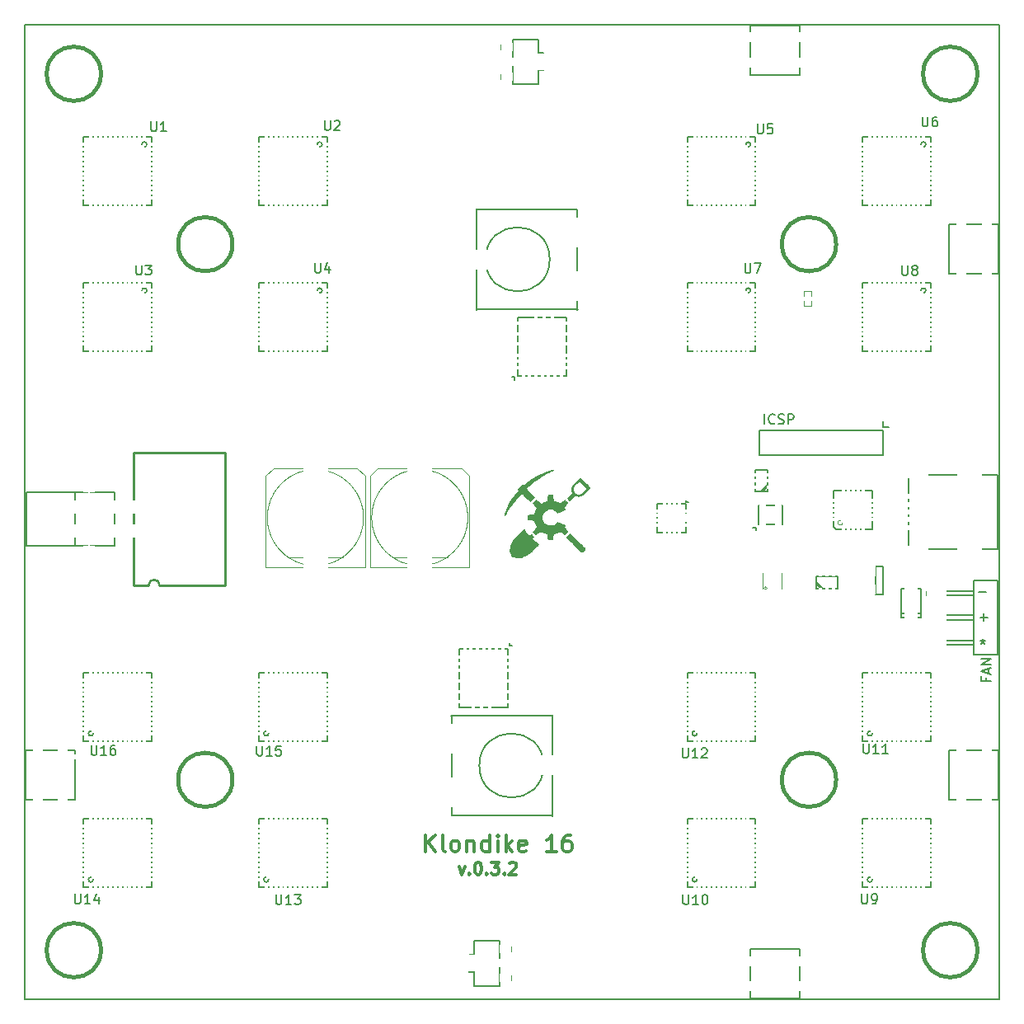
<source format=gto>
G04 (created by PCBNEW (2013-05-16 BZR 4016)-stable) date 5. 1. 2014 18:11:25*
%MOIN*%
G04 Gerber Fmt 3.4, Leading zero omitted, Abs format*
%FSLAX34Y34*%
G01*
G70*
G90*
G04 APERTURE LIST*
%ADD10C,0.00590551*%
%ADD11C,0.00393701*%
%ADD12C,0.011811*%
%ADD13C,0.00787402*%
%ADD14C,0.0001*%
%ADD15C,0.015*%
%ADD16C,0.005*%
%ADD17C,0.0028*%
%ADD18C,0.01*%
%ADD19C,0.000984252*%
%ADD20C,0.006*%
%ADD21C,0.008*%
%ADD22C,0.004*%
%ADD23C,0.0079*%
%ADD24R,0.220472X0.104331*%
%ADD25R,0.275591X0.0551181*%
%ADD26C,0.19685*%
%ADD27R,0.0255906X0.0334646*%
%ADD28R,0.0708X0.0629*%
%ADD29C,0.0354*%
%ADD30R,0.0885X0.0196*%
%ADD31R,0.0984X0.0787*%
%ADD32R,0.0259843X0.011811*%
%ADD33R,0.0393701X0.0393701*%
%ADD34R,0.0787402X0.05*%
%ADD35R,0.0236X0.0157*%
%ADD36C,0.11811*%
%ADD37R,0.125984X0.0393701*%
%ADD38R,0.0393701X0.125984*%
%ADD39R,0.0196X0.0118*%
%ADD40R,0.0118X0.0196*%
%ADD41R,0.212598X0.212598*%
%ADD42R,0.0118X0.0295*%
%ADD43R,0.0295X0.0118*%
%ADD44R,0.0708661X0.0708661*%
%ADD45R,0.0393701X0.0314961*%
%ADD46R,0.0118X0.0275*%
%ADD47R,0.0275X0.0118*%
%ADD48R,0.0177165X0.0980315*%
%ADD49R,0.0838583X0.11378*%
%ADD50R,0.0401575X0.0980315*%
%ADD51R,0.105906X0.0610236*%
%ADD52R,0.023622X0.0169291*%
%ADD53R,0.0169291X0.0275591*%
%ADD54R,0.011811X0.0259843*%
%ADD55O,0.0826X0.0826*%
%ADD56R,0.019685X0.019685*%
%ADD57R,0.0511811X0.0354331*%
%ADD58R,0.0748031X0.0354331*%
%ADD59R,0.106299X0.0669291*%
%ADD60R,0.0255906X0.0393701*%
%ADD61R,0.0216535X0.0393701*%
%ADD62R,0.0551181X0.0393701*%
%ADD63R,0.0314961X0.0314961*%
%ADD64R,0.0551181X0.0511811*%
%ADD65R,0.0748031X0.0787402*%
%ADD66R,0.110236X0.122047*%
%ADD67R,0.0629921X0.0314961*%
%ADD68R,0.0314961X0.0393701*%
%ADD69R,0.0984252X0.15748*%
%ADD70R,0.0314961X0.0354331*%
%ADD71R,0.0354331X0.0314961*%
%ADD72R,0.0354331X0.0275591*%
%ADD73R,0.0275591X0.0354331*%
%ADD74R,0.0275591X0.019685*%
%ADD75R,0.019685X0.0275591*%
%ADD76R,0.023622X0.019685*%
%ADD77R,0.019685X0.023622*%
%ADD78R,0.0984252X0.0984252*%
%ADD79R,0.011811X0.0314961*%
%ADD80R,0.0314961X0.011811*%
%ADD81R,0.0315X0.011811*%
G04 APERTURE END LIST*
G54D10*
G54D11*
X68780Y-44429D02*
G75*
G03X68780Y-44429I-69J0D01*
G74*
G01*
X71835Y-41771D02*
G75*
G03X71835Y-41771I-102J0D01*
G74*
G01*
G54D12*
X56320Y-55668D02*
X56437Y-55996D01*
X56554Y-55668D01*
X56742Y-55949D02*
X56765Y-55973D01*
X56742Y-55996D01*
X56718Y-55973D01*
X56742Y-55949D01*
X56742Y-55996D01*
X57070Y-55504D02*
X57117Y-55504D01*
X57163Y-55527D01*
X57187Y-55551D01*
X57210Y-55598D01*
X57234Y-55691D01*
X57234Y-55808D01*
X57210Y-55902D01*
X57187Y-55949D01*
X57163Y-55973D01*
X57117Y-55996D01*
X57070Y-55996D01*
X57023Y-55973D01*
X56999Y-55949D01*
X56976Y-55902D01*
X56953Y-55808D01*
X56953Y-55691D01*
X56976Y-55598D01*
X56999Y-55551D01*
X57023Y-55527D01*
X57070Y-55504D01*
X57445Y-55949D02*
X57468Y-55973D01*
X57445Y-55996D01*
X57421Y-55973D01*
X57445Y-55949D01*
X57445Y-55996D01*
X57632Y-55504D02*
X57937Y-55504D01*
X57773Y-55691D01*
X57843Y-55691D01*
X57890Y-55715D01*
X57913Y-55738D01*
X57937Y-55785D01*
X57937Y-55902D01*
X57913Y-55949D01*
X57890Y-55973D01*
X57843Y-55996D01*
X57702Y-55996D01*
X57656Y-55973D01*
X57632Y-55949D01*
X58148Y-55949D02*
X58171Y-55973D01*
X58148Y-55996D01*
X58124Y-55973D01*
X58148Y-55949D01*
X58148Y-55996D01*
X58359Y-55551D02*
X58382Y-55527D01*
X58429Y-55504D01*
X58546Y-55504D01*
X58593Y-55527D01*
X58616Y-55551D01*
X58640Y-55598D01*
X58640Y-55644D01*
X58616Y-55715D01*
X58335Y-55996D01*
X58640Y-55996D01*
G54D13*
X68336Y-41958D02*
X68336Y-42076D01*
X68198Y-41958D02*
X68336Y-41958D01*
X73464Y-37903D02*
X73464Y-37687D01*
X73474Y-37903D02*
X73710Y-37903D01*
X58375Y-46742D02*
X58454Y-46742D01*
X58356Y-46643D02*
X58356Y-46742D01*
X58572Y-35875D02*
X58572Y-36003D01*
X58454Y-35875D02*
X58572Y-35875D01*
X77620Y-48045D02*
X77620Y-48176D01*
X77826Y-48176D02*
X77432Y-48176D01*
X77432Y-47988D01*
X77714Y-47857D02*
X77714Y-47670D01*
X77826Y-47895D02*
X77432Y-47763D01*
X77826Y-47632D01*
X77826Y-47501D02*
X77432Y-47501D01*
X77826Y-47276D01*
X77432Y-47276D01*
X77500Y-46488D02*
X77500Y-46581D01*
X77406Y-46544D02*
X77500Y-46581D01*
X77593Y-46544D01*
X77443Y-46656D02*
X77500Y-46581D01*
X77556Y-46656D01*
X77330Y-44586D02*
X77630Y-44586D01*
X77389Y-45590D02*
X77689Y-45590D01*
X77539Y-45740D02*
X77539Y-45440D01*
X68670Y-37777D02*
X68670Y-37383D01*
X69083Y-37739D02*
X69064Y-37758D01*
X69008Y-37777D01*
X68970Y-37777D01*
X68914Y-37758D01*
X68877Y-37721D01*
X68858Y-37683D01*
X68839Y-37608D01*
X68839Y-37552D01*
X68858Y-37477D01*
X68877Y-37440D01*
X68914Y-37402D01*
X68970Y-37383D01*
X69008Y-37383D01*
X69064Y-37402D01*
X69083Y-37421D01*
X69233Y-37758D02*
X69289Y-37777D01*
X69383Y-37777D01*
X69420Y-37758D01*
X69439Y-37739D01*
X69458Y-37702D01*
X69458Y-37664D01*
X69439Y-37627D01*
X69420Y-37608D01*
X69383Y-37589D01*
X69308Y-37571D01*
X69270Y-37552D01*
X69251Y-37533D01*
X69233Y-37496D01*
X69233Y-37458D01*
X69251Y-37421D01*
X69270Y-37402D01*
X69308Y-37383D01*
X69401Y-37383D01*
X69458Y-37402D01*
X69626Y-37777D02*
X69626Y-37383D01*
X69776Y-37383D01*
X69814Y-37402D01*
X69833Y-37421D01*
X69851Y-37458D01*
X69851Y-37514D01*
X69833Y-37552D01*
X69814Y-37571D01*
X69776Y-37589D01*
X69626Y-37589D01*
X65511Y-40925D02*
X65590Y-40925D01*
X65511Y-40856D02*
X65511Y-40925D01*
X41451Y-50769D02*
X41451Y-51088D01*
X41470Y-51125D01*
X41489Y-51144D01*
X41526Y-51163D01*
X41601Y-51163D01*
X41639Y-51144D01*
X41657Y-51125D01*
X41676Y-51088D01*
X41676Y-50769D01*
X42070Y-51163D02*
X41845Y-51163D01*
X41957Y-51163D02*
X41957Y-50769D01*
X41920Y-50825D01*
X41882Y-50863D01*
X41845Y-50882D01*
X42407Y-50769D02*
X42332Y-50769D01*
X42295Y-50788D01*
X42276Y-50807D01*
X42238Y-50863D01*
X42220Y-50938D01*
X42220Y-51088D01*
X42238Y-51125D01*
X42257Y-51144D01*
X42295Y-51163D01*
X42370Y-51163D01*
X42407Y-51144D01*
X42426Y-51125D01*
X42445Y-51088D01*
X42445Y-50994D01*
X42426Y-50957D01*
X42407Y-50938D01*
X42370Y-50919D01*
X42295Y-50919D01*
X42257Y-50938D01*
X42238Y-50957D01*
X42220Y-50994D01*
X48144Y-50799D02*
X48144Y-51117D01*
X48163Y-51155D01*
X48181Y-51174D01*
X48219Y-51192D01*
X48294Y-51192D01*
X48331Y-51174D01*
X48350Y-51155D01*
X48369Y-51117D01*
X48369Y-50799D01*
X48763Y-51192D02*
X48538Y-51192D01*
X48650Y-51192D02*
X48650Y-50799D01*
X48613Y-50855D01*
X48575Y-50892D01*
X48538Y-50911D01*
X49119Y-50799D02*
X48931Y-50799D01*
X48913Y-50986D01*
X48931Y-50967D01*
X48969Y-50949D01*
X49063Y-50949D01*
X49100Y-50967D01*
X49119Y-50986D01*
X49138Y-51024D01*
X49138Y-51117D01*
X49119Y-51155D01*
X49100Y-51174D01*
X49063Y-51192D01*
X48969Y-51192D01*
X48931Y-51174D01*
X48913Y-51155D01*
X40792Y-56783D02*
X40792Y-57102D01*
X40810Y-57139D01*
X40829Y-57158D01*
X40867Y-57177D01*
X40942Y-57177D01*
X40979Y-57158D01*
X40998Y-57139D01*
X41017Y-57102D01*
X41017Y-56783D01*
X41410Y-57177D02*
X41185Y-57177D01*
X41298Y-57177D02*
X41298Y-56783D01*
X41260Y-56839D01*
X41223Y-56877D01*
X41185Y-56895D01*
X41748Y-56914D02*
X41748Y-57177D01*
X41654Y-56764D02*
X41560Y-57045D01*
X41804Y-57045D01*
X48922Y-56812D02*
X48922Y-57131D01*
X48940Y-57169D01*
X48959Y-57187D01*
X48997Y-57206D01*
X49071Y-57206D01*
X49109Y-57187D01*
X49128Y-57169D01*
X49146Y-57131D01*
X49146Y-56812D01*
X49540Y-57206D02*
X49315Y-57206D01*
X49428Y-57206D02*
X49428Y-56812D01*
X49390Y-56869D01*
X49353Y-56906D01*
X49315Y-56925D01*
X49671Y-56812D02*
X49915Y-56812D01*
X49784Y-56962D01*
X49840Y-56962D01*
X49878Y-56981D01*
X49896Y-57000D01*
X49915Y-57037D01*
X49915Y-57131D01*
X49896Y-57169D01*
X49878Y-57187D01*
X49840Y-57206D01*
X49728Y-57206D01*
X49690Y-57187D01*
X49671Y-57169D01*
X65359Y-50887D02*
X65359Y-51206D01*
X65377Y-51243D01*
X65396Y-51262D01*
X65434Y-51281D01*
X65508Y-51281D01*
X65546Y-51262D01*
X65565Y-51243D01*
X65583Y-51206D01*
X65583Y-50887D01*
X65977Y-51281D02*
X65752Y-51281D01*
X65865Y-51281D02*
X65865Y-50887D01*
X65827Y-50943D01*
X65790Y-50981D01*
X65752Y-51000D01*
X66127Y-50925D02*
X66146Y-50906D01*
X66183Y-50887D01*
X66277Y-50887D01*
X66315Y-50906D01*
X66333Y-50925D01*
X66352Y-50962D01*
X66352Y-51000D01*
X66333Y-51056D01*
X66108Y-51281D01*
X66352Y-51281D01*
X72672Y-50710D02*
X72672Y-51029D01*
X72690Y-51066D01*
X72709Y-51085D01*
X72747Y-51104D01*
X72821Y-51104D01*
X72859Y-51085D01*
X72878Y-51066D01*
X72896Y-51029D01*
X72896Y-50710D01*
X73290Y-51104D02*
X73065Y-51104D01*
X73178Y-51104D02*
X73178Y-50710D01*
X73140Y-50766D01*
X73103Y-50804D01*
X73065Y-50823D01*
X73665Y-51104D02*
X73440Y-51104D01*
X73553Y-51104D02*
X73553Y-50710D01*
X73515Y-50766D01*
X73478Y-50804D01*
X73440Y-50823D01*
X65378Y-56812D02*
X65378Y-57131D01*
X65397Y-57169D01*
X65416Y-57187D01*
X65453Y-57206D01*
X65528Y-57206D01*
X65566Y-57187D01*
X65584Y-57169D01*
X65603Y-57131D01*
X65603Y-56812D01*
X65997Y-57206D02*
X65772Y-57206D01*
X65884Y-57206D02*
X65884Y-56812D01*
X65847Y-56869D01*
X65809Y-56906D01*
X65772Y-56925D01*
X66241Y-56812D02*
X66278Y-56812D01*
X66316Y-56831D01*
X66334Y-56850D01*
X66353Y-56887D01*
X66372Y-56962D01*
X66372Y-57056D01*
X66353Y-57131D01*
X66334Y-57169D01*
X66316Y-57187D01*
X66278Y-57206D01*
X66241Y-57206D01*
X66203Y-57187D01*
X66184Y-57169D01*
X66166Y-57131D01*
X66147Y-57056D01*
X66147Y-56962D01*
X66166Y-56887D01*
X66184Y-56850D01*
X66203Y-56831D01*
X66241Y-56812D01*
X72603Y-56783D02*
X72603Y-57102D01*
X72622Y-57139D01*
X72641Y-57158D01*
X72678Y-57177D01*
X72753Y-57177D01*
X72791Y-57158D01*
X72809Y-57139D01*
X72828Y-57102D01*
X72828Y-56783D01*
X73034Y-57177D02*
X73109Y-57177D01*
X73147Y-57158D01*
X73166Y-57139D01*
X73203Y-57083D01*
X73222Y-57008D01*
X73222Y-56858D01*
X73203Y-56820D01*
X73184Y-56802D01*
X73147Y-56783D01*
X73072Y-56783D01*
X73034Y-56802D01*
X73016Y-56820D01*
X72997Y-56858D01*
X72997Y-56952D01*
X73016Y-56989D01*
X73034Y-57008D01*
X73072Y-57027D01*
X73147Y-57027D01*
X73184Y-57008D01*
X73203Y-56989D01*
X73222Y-56952D01*
X74237Y-31379D02*
X74237Y-31698D01*
X74256Y-31736D01*
X74274Y-31754D01*
X74312Y-31773D01*
X74387Y-31773D01*
X74424Y-31754D01*
X74443Y-31736D01*
X74462Y-31698D01*
X74462Y-31379D01*
X74706Y-31548D02*
X74668Y-31529D01*
X74649Y-31511D01*
X74631Y-31473D01*
X74631Y-31454D01*
X74649Y-31417D01*
X74668Y-31398D01*
X74706Y-31379D01*
X74781Y-31379D01*
X74818Y-31398D01*
X74837Y-31417D01*
X74856Y-31454D01*
X74856Y-31473D01*
X74837Y-31511D01*
X74818Y-31529D01*
X74781Y-31548D01*
X74706Y-31548D01*
X74668Y-31567D01*
X74649Y-31586D01*
X74631Y-31623D01*
X74631Y-31698D01*
X74649Y-31736D01*
X74668Y-31754D01*
X74706Y-31773D01*
X74781Y-31773D01*
X74818Y-31754D01*
X74837Y-31736D01*
X74856Y-31698D01*
X74856Y-31623D01*
X74837Y-31586D01*
X74818Y-31567D01*
X74781Y-31548D01*
X67889Y-31281D02*
X67889Y-31600D01*
X67907Y-31637D01*
X67926Y-31656D01*
X67964Y-31675D01*
X68038Y-31675D01*
X68076Y-31656D01*
X68095Y-31637D01*
X68113Y-31600D01*
X68113Y-31281D01*
X68263Y-31281D02*
X68526Y-31281D01*
X68357Y-31675D01*
X75054Y-25356D02*
X75054Y-25674D01*
X75073Y-25712D01*
X75091Y-25731D01*
X75129Y-25749D01*
X75204Y-25749D01*
X75241Y-25731D01*
X75260Y-25712D01*
X75279Y-25674D01*
X75279Y-25356D01*
X75635Y-25356D02*
X75560Y-25356D01*
X75523Y-25374D01*
X75504Y-25393D01*
X75466Y-25449D01*
X75448Y-25524D01*
X75448Y-25674D01*
X75466Y-25712D01*
X75485Y-25731D01*
X75523Y-25749D01*
X75598Y-25749D01*
X75635Y-25731D01*
X75654Y-25712D01*
X75673Y-25674D01*
X75673Y-25581D01*
X75654Y-25543D01*
X75635Y-25524D01*
X75598Y-25506D01*
X75523Y-25506D01*
X75485Y-25524D01*
X75466Y-25543D01*
X75448Y-25581D01*
X68390Y-25651D02*
X68390Y-25970D01*
X68409Y-26007D01*
X68428Y-26026D01*
X68465Y-26045D01*
X68540Y-26045D01*
X68578Y-26026D01*
X68597Y-26007D01*
X68615Y-25970D01*
X68615Y-25651D01*
X68990Y-25651D02*
X68803Y-25651D01*
X68784Y-25838D01*
X68803Y-25820D01*
X68840Y-25801D01*
X68934Y-25801D01*
X68972Y-25820D01*
X68990Y-25838D01*
X69009Y-25876D01*
X69009Y-25970D01*
X68990Y-26007D01*
X68972Y-26026D01*
X68934Y-26045D01*
X68840Y-26045D01*
X68803Y-26026D01*
X68784Y-26007D01*
X50497Y-31271D02*
X50497Y-31590D01*
X50516Y-31627D01*
X50534Y-31646D01*
X50572Y-31665D01*
X50647Y-31665D01*
X50684Y-31646D01*
X50703Y-31627D01*
X50722Y-31590D01*
X50722Y-31271D01*
X51078Y-31402D02*
X51078Y-31665D01*
X50984Y-31252D02*
X50890Y-31534D01*
X51134Y-31534D01*
X43263Y-31360D02*
X43263Y-31678D01*
X43281Y-31716D01*
X43300Y-31735D01*
X43338Y-31753D01*
X43413Y-31753D01*
X43450Y-31735D01*
X43469Y-31716D01*
X43488Y-31678D01*
X43488Y-31360D01*
X43637Y-31360D02*
X43881Y-31360D01*
X43750Y-31510D01*
X43806Y-31510D01*
X43844Y-31528D01*
X43862Y-31547D01*
X43881Y-31585D01*
X43881Y-31678D01*
X43862Y-31716D01*
X43844Y-31735D01*
X43806Y-31753D01*
X43694Y-31753D01*
X43656Y-31735D01*
X43637Y-31716D01*
X50890Y-25503D02*
X50890Y-25822D01*
X50909Y-25860D01*
X50928Y-25878D01*
X50965Y-25897D01*
X51040Y-25897D01*
X51078Y-25878D01*
X51097Y-25860D01*
X51115Y-25822D01*
X51115Y-25503D01*
X51284Y-25541D02*
X51303Y-25522D01*
X51340Y-25503D01*
X51434Y-25503D01*
X51472Y-25522D01*
X51490Y-25541D01*
X51509Y-25578D01*
X51509Y-25616D01*
X51490Y-25672D01*
X51265Y-25897D01*
X51509Y-25897D01*
X43873Y-25553D02*
X43873Y-25871D01*
X43892Y-25909D01*
X43910Y-25928D01*
X43948Y-25946D01*
X44023Y-25946D01*
X44060Y-25928D01*
X44079Y-25909D01*
X44098Y-25871D01*
X44098Y-25553D01*
X44491Y-25946D02*
X44266Y-25946D01*
X44379Y-25946D02*
X44379Y-25553D01*
X44341Y-25609D01*
X44304Y-25646D01*
X44266Y-25665D01*
G54D12*
X54967Y-55082D02*
X54967Y-54393D01*
X55360Y-55082D02*
X55065Y-54688D01*
X55360Y-54393D02*
X54967Y-54786D01*
X55754Y-55082D02*
X55688Y-55049D01*
X55656Y-54983D01*
X55656Y-54393D01*
X56115Y-55082D02*
X56049Y-55049D01*
X56017Y-55016D01*
X55984Y-54950D01*
X55984Y-54753D01*
X56017Y-54688D01*
X56049Y-54655D01*
X56115Y-54622D01*
X56213Y-54622D01*
X56279Y-54655D01*
X56312Y-54688D01*
X56345Y-54753D01*
X56345Y-54950D01*
X56312Y-55016D01*
X56279Y-55049D01*
X56213Y-55082D01*
X56115Y-55082D01*
X56640Y-54622D02*
X56640Y-55082D01*
X56640Y-54688D02*
X56673Y-54655D01*
X56738Y-54622D01*
X56837Y-54622D01*
X56902Y-54655D01*
X56935Y-54721D01*
X56935Y-55082D01*
X57559Y-55082D02*
X57559Y-54393D01*
X57559Y-55049D02*
X57493Y-55082D01*
X57362Y-55082D01*
X57296Y-55049D01*
X57263Y-55016D01*
X57230Y-54950D01*
X57230Y-54753D01*
X57263Y-54688D01*
X57296Y-54655D01*
X57362Y-54622D01*
X57493Y-54622D01*
X57559Y-54655D01*
X57887Y-55082D02*
X57887Y-54622D01*
X57887Y-54393D02*
X57854Y-54425D01*
X57887Y-54458D01*
X57919Y-54425D01*
X57887Y-54393D01*
X57887Y-54458D01*
X58215Y-55082D02*
X58215Y-54393D01*
X58280Y-54819D02*
X58477Y-55082D01*
X58477Y-54622D02*
X58215Y-54885D01*
X59035Y-55049D02*
X58969Y-55082D01*
X58838Y-55082D01*
X58772Y-55049D01*
X58740Y-54983D01*
X58740Y-54721D01*
X58772Y-54655D01*
X58838Y-54622D01*
X58969Y-54622D01*
X59035Y-54655D01*
X59068Y-54721D01*
X59068Y-54786D01*
X58740Y-54852D01*
X60249Y-55082D02*
X59855Y-55082D01*
X60052Y-55082D02*
X60052Y-54393D01*
X59986Y-54491D01*
X59921Y-54557D01*
X59855Y-54589D01*
X60839Y-54393D02*
X60708Y-54393D01*
X60643Y-54425D01*
X60610Y-54458D01*
X60544Y-54557D01*
X60511Y-54688D01*
X60511Y-54950D01*
X60544Y-55016D01*
X60577Y-55049D01*
X60643Y-55082D01*
X60774Y-55082D01*
X60839Y-55049D01*
X60872Y-55016D01*
X60905Y-54950D01*
X60905Y-54786D01*
X60872Y-54721D01*
X60839Y-54688D01*
X60774Y-54655D01*
X60643Y-54655D01*
X60577Y-54688D01*
X60544Y-54721D01*
X60511Y-54786D01*
G54D10*
X38779Y-61023D02*
X78149Y-61023D01*
X78149Y-61023D02*
X78149Y-21653D01*
X78149Y-21653D02*
X38779Y-21653D01*
X38779Y-21653D02*
X38779Y-61023D01*
X40807Y-40541D02*
X42381Y-40541D01*
X42381Y-40541D02*
X42381Y-42706D01*
X42381Y-42706D02*
X40807Y-42706D01*
X38838Y-42706D02*
X38838Y-40541D01*
X38838Y-40541D02*
X40807Y-40541D01*
X40807Y-40541D02*
X40807Y-42706D01*
X40807Y-42706D02*
X38838Y-42706D01*
G54D14*
G36*
X61233Y-39949D02*
X61241Y-39955D01*
X61258Y-39970D01*
X61283Y-39993D01*
X61314Y-40022D01*
X61350Y-40057D01*
X61389Y-40095D01*
X61397Y-40103D01*
X61189Y-40103D01*
X61088Y-40206D01*
X61045Y-40250D01*
X61013Y-40286D01*
X60989Y-40315D01*
X60973Y-40341D01*
X60963Y-40366D01*
X60958Y-40391D01*
X60956Y-40419D01*
X60955Y-40430D01*
X60962Y-40486D01*
X60983Y-40537D01*
X61016Y-40579D01*
X61062Y-40612D01*
X61075Y-40619D01*
X61114Y-40631D01*
X61160Y-40634D01*
X61206Y-40631D01*
X61246Y-40619D01*
X61260Y-40610D01*
X61282Y-40593D01*
X61309Y-40570D01*
X61340Y-40542D01*
X61372Y-40512D01*
X61404Y-40483D01*
X61432Y-40454D01*
X61455Y-40430D01*
X61472Y-40412D01*
X61478Y-40401D01*
X61478Y-40400D01*
X61473Y-40393D01*
X61458Y-40376D01*
X61436Y-40351D01*
X61406Y-40321D01*
X61371Y-40285D01*
X61334Y-40247D01*
X61189Y-40103D01*
X61397Y-40103D01*
X61430Y-40136D01*
X61471Y-40177D01*
X61510Y-40217D01*
X61547Y-40255D01*
X61580Y-40290D01*
X61607Y-40318D01*
X61627Y-40340D01*
X61638Y-40354D01*
X61640Y-40357D01*
X61635Y-40366D01*
X61620Y-40383D01*
X61597Y-40408D01*
X61567Y-40440D01*
X61532Y-40476D01*
X61493Y-40516D01*
X61488Y-40520D01*
X61442Y-40567D01*
X61404Y-40603D01*
X61374Y-40631D01*
X61350Y-40653D01*
X61330Y-40669D01*
X61312Y-40681D01*
X61295Y-40691D01*
X61282Y-40697D01*
X61254Y-40710D01*
X61231Y-40718D01*
X61208Y-40721D01*
X61178Y-40722D01*
X61159Y-40722D01*
X61118Y-40721D01*
X61088Y-40717D01*
X61063Y-40709D01*
X61055Y-40706D01*
X61021Y-40690D01*
X60911Y-40799D01*
X60801Y-40907D01*
X60742Y-40848D01*
X60682Y-40788D01*
X60791Y-40679D01*
X60828Y-40641D01*
X60856Y-40613D01*
X60875Y-40593D01*
X60887Y-40578D01*
X60893Y-40568D01*
X60894Y-40560D01*
X60892Y-40553D01*
X60890Y-40550D01*
X60871Y-40497D01*
X60865Y-40439D01*
X60870Y-40378D01*
X60889Y-40318D01*
X60897Y-40300D01*
X60907Y-40282D01*
X60918Y-40264D01*
X60932Y-40245D01*
X60951Y-40223D01*
X60976Y-40196D01*
X61008Y-40162D01*
X61049Y-40121D01*
X61073Y-40098D01*
X61112Y-40059D01*
X61149Y-40024D01*
X61180Y-39994D01*
X61206Y-39971D01*
X61224Y-39955D01*
X61232Y-39949D01*
X61233Y-39949D01*
X61233Y-39949D01*
X61233Y-39949D01*
G37*
G36*
X60818Y-42204D02*
X60825Y-42209D01*
X60841Y-42224D01*
X60866Y-42247D01*
X60897Y-42277D01*
X60935Y-42313D01*
X60977Y-42354D01*
X61011Y-42387D01*
X61062Y-42437D01*
X61117Y-42491D01*
X61173Y-42545D01*
X61226Y-42597D01*
X61274Y-42643D01*
X61314Y-42683D01*
X61323Y-42691D01*
X61364Y-42732D01*
X61396Y-42764D01*
X61419Y-42788D01*
X61434Y-42806D01*
X61443Y-42820D01*
X61447Y-42830D01*
X61448Y-42834D01*
X61445Y-42846D01*
X61437Y-42861D01*
X61421Y-42880D01*
X61395Y-42907D01*
X61379Y-42922D01*
X61352Y-42948D01*
X61327Y-42969D01*
X61308Y-42984D01*
X61297Y-42989D01*
X61296Y-42989D01*
X61286Y-42984D01*
X61267Y-42968D01*
X61239Y-42943D01*
X61205Y-42911D01*
X61166Y-42872D01*
X61132Y-42837D01*
X61089Y-42794D01*
X61041Y-42744D01*
X60988Y-42691D01*
X60935Y-42636D01*
X60882Y-42582D01*
X60856Y-42556D01*
X60660Y-42357D01*
X60736Y-42281D01*
X60764Y-42253D01*
X60788Y-42230D01*
X60806Y-42213D01*
X60817Y-42205D01*
X60818Y-42204D01*
X60818Y-42204D01*
X60818Y-42204D01*
G37*
G36*
X60115Y-40642D02*
X60132Y-40736D01*
X60141Y-40787D01*
X60148Y-40824D01*
X60154Y-40851D01*
X60160Y-40869D01*
X60168Y-40881D01*
X60178Y-40888D01*
X60191Y-40892D01*
X60209Y-40897D01*
X60214Y-40898D01*
X60245Y-40908D01*
X60283Y-40922D01*
X60322Y-40939D01*
X60340Y-40947D01*
X60414Y-40982D01*
X60511Y-40916D01*
X60545Y-40893D01*
X60574Y-40874D01*
X60597Y-40859D01*
X60611Y-40851D01*
X60614Y-40850D01*
X60622Y-40855D01*
X60638Y-40869D01*
X60660Y-40890D01*
X60681Y-40911D01*
X60742Y-40971D01*
X60672Y-41073D01*
X60602Y-41174D01*
X60625Y-41210D01*
X60636Y-41230D01*
X60642Y-41245D01*
X60642Y-41250D01*
X60633Y-41255D01*
X60613Y-41264D01*
X60582Y-41277D01*
X60543Y-41294D01*
X60498Y-41312D01*
X60473Y-41323D01*
X60310Y-41391D01*
X60266Y-41343D01*
X60212Y-41296D01*
X60153Y-41262D01*
X60089Y-41241D01*
X60023Y-41235D01*
X59957Y-41243D01*
X59892Y-41264D01*
X59847Y-41289D01*
X59795Y-41331D01*
X59754Y-41383D01*
X59724Y-41441D01*
X59707Y-41503D01*
X59702Y-41568D01*
X59709Y-41633D01*
X59730Y-41696D01*
X59765Y-41755D01*
X59765Y-41756D01*
X59810Y-41804D01*
X59863Y-41842D01*
X59923Y-41869D01*
X59987Y-41884D01*
X60052Y-41886D01*
X60099Y-41878D01*
X60149Y-41863D01*
X60190Y-41842D01*
X60229Y-41814D01*
X60261Y-41784D01*
X60282Y-41762D01*
X60300Y-41745D01*
X60311Y-41736D01*
X60312Y-41735D01*
X60321Y-41738D01*
X60341Y-41746D01*
X60371Y-41757D01*
X60407Y-41772D01*
X60447Y-41789D01*
X60490Y-41806D01*
X60531Y-41824D01*
X60569Y-41840D01*
X60602Y-41854D01*
X60626Y-41864D01*
X60639Y-41870D01*
X60641Y-41872D01*
X60640Y-41881D01*
X60633Y-41898D01*
X60625Y-41913D01*
X60602Y-41949D01*
X60671Y-42048D01*
X60739Y-42148D01*
X60675Y-42211D01*
X60611Y-42275D01*
X60514Y-42209D01*
X60480Y-42186D01*
X60450Y-42166D01*
X60427Y-42152D01*
X60413Y-42144D01*
X60410Y-42143D01*
X60399Y-42146D01*
X60379Y-42156D01*
X60360Y-42166D01*
X60335Y-42178D01*
X60301Y-42192D01*
X60263Y-42207D01*
X60239Y-42215D01*
X60204Y-42226D01*
X60181Y-42235D01*
X60167Y-42243D01*
X60159Y-42250D01*
X60156Y-42260D01*
X60154Y-42267D01*
X60151Y-42285D01*
X60145Y-42313D01*
X60139Y-42349D01*
X60132Y-42387D01*
X60115Y-42481D01*
X60025Y-42481D01*
X59934Y-42481D01*
X59912Y-42362D01*
X59905Y-42321D01*
X59898Y-42285D01*
X59892Y-42258D01*
X59887Y-42241D01*
X59886Y-42237D01*
X59877Y-42232D01*
X59857Y-42224D01*
X59830Y-42214D01*
X59816Y-42210D01*
X59778Y-42196D01*
X59738Y-42179D01*
X59705Y-42162D01*
X59701Y-42160D01*
X59651Y-42130D01*
X59544Y-42203D01*
X59438Y-42276D01*
X59374Y-42212D01*
X59310Y-42148D01*
X59383Y-42041D01*
X59456Y-41934D01*
X59430Y-41883D01*
X59398Y-41815D01*
X59375Y-41750D01*
X59370Y-41730D01*
X59362Y-41699D01*
X59268Y-41682D01*
X59228Y-41674D01*
X59189Y-41667D01*
X59157Y-41661D01*
X59137Y-41656D01*
X59100Y-41649D01*
X59102Y-41560D01*
X59105Y-41470D01*
X59231Y-41447D01*
X59357Y-41423D01*
X59381Y-41354D01*
X59395Y-41316D01*
X59412Y-41277D01*
X59427Y-41244D01*
X59431Y-41237D01*
X59445Y-41208D01*
X59451Y-41188D01*
X59450Y-41179D01*
X59444Y-41170D01*
X59430Y-41150D01*
X59412Y-41122D01*
X59389Y-41089D01*
X59377Y-41072D01*
X59310Y-40975D01*
X59374Y-40911D01*
X59439Y-40847D01*
X59543Y-40918D01*
X59648Y-40990D01*
X59715Y-40955D01*
X59750Y-40938D01*
X59787Y-40922D01*
X59819Y-40910D01*
X59828Y-40907D01*
X59854Y-40899D01*
X59874Y-40890D01*
X59883Y-40885D01*
X59887Y-40875D01*
X59893Y-40852D01*
X59901Y-40821D01*
X59909Y-40782D01*
X59913Y-40759D01*
X59934Y-40642D01*
X60025Y-40642D01*
X60115Y-40642D01*
X60115Y-40642D01*
X60115Y-40642D01*
G37*
G36*
X60181Y-39636D02*
X60194Y-39639D01*
X60195Y-39640D01*
X60193Y-39641D01*
X60181Y-39645D01*
X60158Y-39655D01*
X60126Y-39670D01*
X60087Y-39689D01*
X60043Y-39710D01*
X59996Y-39733D01*
X59949Y-39757D01*
X59905Y-39780D01*
X59865Y-39802D01*
X59831Y-39820D01*
X59819Y-39827D01*
X59685Y-39909D01*
X59548Y-40001D01*
X59410Y-40101D01*
X59277Y-40205D01*
X59151Y-40311D01*
X59109Y-40349D01*
X59059Y-40394D01*
X59082Y-40421D01*
X59093Y-40433D01*
X59113Y-40456D01*
X59141Y-40485D01*
X59174Y-40521D01*
X59210Y-40561D01*
X59250Y-40604D01*
X59395Y-40759D01*
X59308Y-40847D01*
X59220Y-40934D01*
X59197Y-40913D01*
X59183Y-40900D01*
X59161Y-40880D01*
X59132Y-40854D01*
X59100Y-40824D01*
X59078Y-40804D01*
X59039Y-40769D01*
X58999Y-40732D01*
X58961Y-40696D01*
X58929Y-40665D01*
X58919Y-40655D01*
X58857Y-40595D01*
X58771Y-40692D01*
X58627Y-40863D01*
X58497Y-41034D01*
X58380Y-41206D01*
X58273Y-41382D01*
X58256Y-41412D01*
X58237Y-41446D01*
X58222Y-41469D01*
X58210Y-41484D01*
X58198Y-41494D01*
X58184Y-41501D01*
X58175Y-41505D01*
X58155Y-41512D01*
X58141Y-41514D01*
X58139Y-41512D01*
X58141Y-41496D01*
X58147Y-41469D01*
X58155Y-41436D01*
X58165Y-41401D01*
X58176Y-41367D01*
X58182Y-41348D01*
X58253Y-41172D01*
X58339Y-41000D01*
X58439Y-40833D01*
X58552Y-40672D01*
X58668Y-40528D01*
X58717Y-40472D01*
X58700Y-40453D01*
X58683Y-40435D01*
X58699Y-40414D01*
X58713Y-40396D01*
X58735Y-40373D01*
X58761Y-40346D01*
X58790Y-40318D01*
X58819Y-40290D01*
X58846Y-40266D01*
X58868Y-40248D01*
X58884Y-40236D01*
X58889Y-40234D01*
X58906Y-40239D01*
X58917Y-40246D01*
X58923Y-40251D01*
X58931Y-40251D01*
X58942Y-40246D01*
X58959Y-40233D01*
X58984Y-40212D01*
X58994Y-40203D01*
X59129Y-40095D01*
X59269Y-39995D01*
X59415Y-39905D01*
X59564Y-39826D01*
X59714Y-39759D01*
X59864Y-39705D01*
X60012Y-39663D01*
X60059Y-39653D01*
X60098Y-39646D01*
X60134Y-39640D01*
X60163Y-39637D01*
X60180Y-39636D01*
X60181Y-39636D01*
X60181Y-39636D01*
X60181Y-39636D01*
G37*
G36*
X58947Y-42030D02*
X58957Y-42031D01*
X58969Y-42038D01*
X58984Y-42054D01*
X59003Y-42081D01*
X59018Y-42104D01*
X59042Y-42138D01*
X59069Y-42174D01*
X59097Y-42210D01*
X59123Y-42243D01*
X59145Y-42268D01*
X59160Y-42283D01*
X59168Y-42289D01*
X59176Y-42290D01*
X59187Y-42283D01*
X59203Y-42267D01*
X59212Y-42258D01*
X59250Y-42220D01*
X59310Y-42279D01*
X59370Y-42338D01*
X59331Y-42378D01*
X59292Y-42417D01*
X59335Y-42457D01*
X59361Y-42479D01*
X59394Y-42506D01*
X59429Y-42533D01*
X59441Y-42543D01*
X59482Y-42572D01*
X59511Y-42594D01*
X59531Y-42611D01*
X59544Y-42622D01*
X59551Y-42631D01*
X59554Y-42639D01*
X59555Y-42645D01*
X59550Y-42655D01*
X59537Y-42672D01*
X59514Y-42698D01*
X59481Y-42733D01*
X59438Y-42778D01*
X59384Y-42832D01*
X59380Y-42836D01*
X59334Y-42880D01*
X59290Y-42923D01*
X59249Y-42962D01*
X59212Y-42996D01*
X59182Y-43023D01*
X59160Y-43042D01*
X59155Y-43046D01*
X59061Y-43108D01*
X58968Y-43155D01*
X58872Y-43190D01*
X58772Y-43211D01*
X58738Y-43216D01*
X58680Y-43217D01*
X58618Y-43207D01*
X58557Y-43188D01*
X58503Y-43162D01*
X58467Y-43136D01*
X58441Y-43105D01*
X58416Y-43064D01*
X58395Y-43015D01*
X58381Y-42964D01*
X58376Y-42941D01*
X58373Y-42872D01*
X58381Y-42796D01*
X58400Y-42714D01*
X58430Y-42629D01*
X58442Y-42601D01*
X58462Y-42560D01*
X58485Y-42519D01*
X58513Y-42478D01*
X58547Y-42433D01*
X58588Y-42384D01*
X58638Y-42329D01*
X58697Y-42267D01*
X58740Y-42223D01*
X58784Y-42179D01*
X58824Y-42139D01*
X58861Y-42103D01*
X58891Y-42074D01*
X58915Y-42052D01*
X58930Y-42038D01*
X58935Y-42035D01*
X58947Y-42030D01*
X58947Y-42030D01*
X58947Y-42030D01*
G37*
G54D15*
X47159Y-30511D02*
G75*
G03X47159Y-30511I-1096J0D01*
G74*
G01*
G54D10*
X68425Y-41850D02*
X69409Y-41850D01*
X69409Y-41850D02*
X69409Y-41062D01*
X69409Y-41062D02*
X68425Y-41062D01*
X68425Y-41062D02*
X68425Y-41850D01*
G54D16*
X74488Y-42853D02*
X78109Y-42853D01*
X78109Y-42853D02*
X78109Y-39823D01*
X78109Y-39823D02*
X74488Y-39823D01*
X74488Y-39823D02*
X74488Y-42853D01*
X68798Y-40253D02*
X68538Y-40513D01*
X68798Y-40313D02*
X68603Y-40513D01*
X68288Y-39823D02*
X68181Y-39823D01*
X68288Y-40333D02*
X68181Y-40333D01*
X68798Y-40078D02*
X68905Y-40078D01*
X68798Y-39823D02*
X68905Y-39823D01*
X68798Y-40333D02*
X68905Y-40333D01*
X68288Y-40078D02*
X68181Y-40078D01*
X68288Y-40513D02*
X68288Y-39643D01*
X68288Y-39643D02*
X68798Y-39643D01*
X68798Y-39643D02*
X68798Y-40513D01*
X68798Y-40513D02*
X68288Y-40513D01*
X73476Y-38043D02*
X73476Y-39043D01*
X73476Y-39043D02*
X68472Y-39043D01*
X68472Y-39033D02*
X68472Y-38033D01*
X68472Y-38043D02*
X73476Y-38043D01*
G54D10*
X75265Y-46525D02*
X77135Y-46525D01*
X77135Y-46525D02*
X77125Y-46712D01*
X77125Y-46712D02*
X75255Y-46712D01*
X75255Y-46712D02*
X75255Y-46535D01*
X75255Y-45521D02*
X77135Y-45521D01*
X77125Y-45521D02*
X77125Y-45708D01*
X77125Y-45708D02*
X75255Y-45708D01*
X75255Y-45708D02*
X75255Y-45521D01*
X75236Y-44704D02*
X75236Y-44527D01*
X75236Y-44527D02*
X75246Y-44537D01*
X75236Y-44527D02*
X77135Y-44527D01*
X77135Y-44527D02*
X77135Y-44694D01*
X77135Y-44694D02*
X75236Y-44694D01*
X77125Y-44114D02*
X77125Y-47106D01*
X77125Y-47106D02*
X78110Y-47106D01*
X78110Y-47106D02*
X78110Y-44114D01*
X78110Y-44114D02*
X77125Y-44114D01*
G54D17*
X70553Y-32616D02*
X70553Y-32416D01*
X70553Y-32416D02*
X70253Y-32416D01*
X70253Y-32416D02*
X70253Y-32616D01*
X70553Y-32816D02*
X70553Y-33016D01*
X70553Y-33016D02*
X70253Y-33016D01*
X70253Y-33016D02*
X70253Y-32816D01*
G54D10*
X68094Y-23657D02*
X68094Y-21657D01*
X68094Y-21657D02*
X70094Y-21657D01*
X70094Y-21657D02*
X70094Y-23657D01*
X70094Y-23657D02*
X68094Y-23657D01*
X76145Y-29708D02*
X78145Y-29708D01*
X78145Y-29708D02*
X78145Y-31708D01*
X78145Y-31708D02*
X76145Y-31708D01*
X76145Y-31708D02*
X76145Y-29708D01*
X76145Y-50968D02*
X78145Y-50968D01*
X78145Y-50968D02*
X78145Y-52968D01*
X78145Y-52968D02*
X76145Y-52968D01*
X76145Y-52968D02*
X76145Y-50968D01*
X70094Y-59019D02*
X70094Y-61019D01*
X70094Y-61019D02*
X68094Y-61019D01*
X68094Y-61019D02*
X68094Y-59019D01*
X68094Y-59019D02*
X70094Y-59019D01*
G54D16*
X41142Y-28936D02*
X43896Y-28936D01*
X43896Y-28936D02*
X43896Y-26182D01*
X43896Y-26182D02*
X41142Y-26182D01*
X41142Y-26182D02*
X41142Y-28936D01*
X43699Y-26477D02*
G75*
G03X43699Y-26477I-98J0D01*
G74*
G01*
X41142Y-34841D02*
X43896Y-34841D01*
X43896Y-34841D02*
X43896Y-32087D01*
X43896Y-32087D02*
X41142Y-32087D01*
X41142Y-32087D02*
X41142Y-34841D01*
X43699Y-32382D02*
G75*
G03X43699Y-32382I-98J0D01*
G74*
G01*
X48229Y-34841D02*
X50983Y-34841D01*
X50983Y-34841D02*
X50983Y-32087D01*
X50983Y-32087D02*
X48229Y-32087D01*
X48229Y-32087D02*
X48229Y-34841D01*
X50786Y-32382D02*
G75*
G03X50786Y-32382I-98J0D01*
G74*
G01*
X48229Y-28936D02*
X50983Y-28936D01*
X50983Y-28936D02*
X50983Y-26182D01*
X50983Y-26182D02*
X48229Y-26182D01*
X48229Y-26182D02*
X48229Y-28936D01*
X50786Y-26477D02*
G75*
G03X50786Y-26477I-98J0D01*
G74*
G01*
X43896Y-47835D02*
X41142Y-47835D01*
X41142Y-47835D02*
X41142Y-50589D01*
X41142Y-50589D02*
X43896Y-50589D01*
X43896Y-50589D02*
X43896Y-47835D01*
X41535Y-50294D02*
G75*
G03X41535Y-50294I-98J0D01*
G74*
G01*
X43896Y-53741D02*
X41142Y-53741D01*
X41142Y-53741D02*
X41142Y-56495D01*
X41142Y-56495D02*
X43896Y-56495D01*
X43896Y-56495D02*
X43896Y-53741D01*
X41535Y-56200D02*
G75*
G03X41535Y-56200I-98J0D01*
G74*
G01*
X50983Y-53741D02*
X48229Y-53741D01*
X48229Y-53741D02*
X48229Y-56495D01*
X48229Y-56495D02*
X50983Y-56495D01*
X50983Y-56495D02*
X50983Y-53741D01*
X48622Y-56200D02*
G75*
G03X48622Y-56200I-98J0D01*
G74*
G01*
X50983Y-47835D02*
X48229Y-47835D01*
X48229Y-47835D02*
X48229Y-50589D01*
X48229Y-50589D02*
X50983Y-50589D01*
X50983Y-50589D02*
X50983Y-47835D01*
X48622Y-50294D02*
G75*
G03X48622Y-50294I-98J0D01*
G74*
G01*
X68306Y-47835D02*
X65552Y-47835D01*
X65552Y-47835D02*
X65552Y-50589D01*
X65552Y-50589D02*
X68306Y-50589D01*
X68306Y-50589D02*
X68306Y-47835D01*
X65945Y-50294D02*
G75*
G03X65945Y-50294I-98J0D01*
G74*
G01*
X68306Y-53741D02*
X65552Y-53741D01*
X65552Y-53741D02*
X65552Y-56495D01*
X65552Y-56495D02*
X68306Y-56495D01*
X68306Y-56495D02*
X68306Y-53741D01*
X65945Y-56200D02*
G75*
G03X65945Y-56200I-98J0D01*
G74*
G01*
X75392Y-53741D02*
X72638Y-53741D01*
X72638Y-53741D02*
X72638Y-56495D01*
X72638Y-56495D02*
X75392Y-56495D01*
X75392Y-56495D02*
X75392Y-53741D01*
X73031Y-56200D02*
G75*
G03X73031Y-56200I-98J0D01*
G74*
G01*
X75392Y-47835D02*
X72638Y-47835D01*
X72638Y-47835D02*
X72638Y-50589D01*
X72638Y-50589D02*
X75392Y-50589D01*
X75392Y-50589D02*
X75392Y-47835D01*
X73031Y-50294D02*
G75*
G03X73031Y-50294I-98J0D01*
G74*
G01*
X72638Y-34841D02*
X75392Y-34841D01*
X75392Y-34841D02*
X75392Y-32087D01*
X75392Y-32087D02*
X72638Y-32087D01*
X72638Y-32087D02*
X72638Y-34841D01*
X75195Y-32382D02*
G75*
G03X75195Y-32382I-98J0D01*
G74*
G01*
X72638Y-28936D02*
X75392Y-28936D01*
X75392Y-28936D02*
X75392Y-26182D01*
X75392Y-26182D02*
X72638Y-26182D01*
X72638Y-26182D02*
X72638Y-28936D01*
X75195Y-26477D02*
G75*
G03X75195Y-26477I-98J0D01*
G74*
G01*
X65552Y-28936D02*
X68306Y-28936D01*
X68306Y-28936D02*
X68306Y-26182D01*
X68306Y-26182D02*
X65552Y-26182D01*
X65552Y-26182D02*
X65552Y-28936D01*
X68109Y-26477D02*
G75*
G03X68109Y-26477I-98J0D01*
G74*
G01*
X65552Y-34841D02*
X68306Y-34841D01*
X68306Y-34841D02*
X68306Y-32087D01*
X68306Y-32087D02*
X65552Y-32087D01*
X65552Y-32087D02*
X65552Y-34841D01*
X68109Y-32382D02*
G75*
G03X68109Y-32382I-98J0D01*
G74*
G01*
X65509Y-40995D02*
X64329Y-40995D01*
X64329Y-40995D02*
X64329Y-42175D01*
X64329Y-42175D02*
X65509Y-42175D01*
X65509Y-42175D02*
X65509Y-40995D01*
X58701Y-33474D02*
X58701Y-35836D01*
X58701Y-35836D02*
X60669Y-35836D01*
X60669Y-35836D02*
X60669Y-33474D01*
X60669Y-33474D02*
X58701Y-33474D01*
X58306Y-49245D02*
X58306Y-46883D01*
X58306Y-46883D02*
X56338Y-46883D01*
X56338Y-46883D02*
X56338Y-49245D01*
X56338Y-49245D02*
X58306Y-49245D01*
G54D10*
X40783Y-52968D02*
X38783Y-52968D01*
X38783Y-52968D02*
X38783Y-50968D01*
X38783Y-50968D02*
X40783Y-50968D01*
X40783Y-50968D02*
X40783Y-52968D01*
G54D15*
X41844Y-23622D02*
G75*
G03X41844Y-23622I-1096J0D01*
G74*
G01*
X41844Y-59055D02*
G75*
G03X41844Y-59055I-1096J0D01*
G74*
G01*
X47159Y-52165D02*
G75*
G03X47159Y-52165I-1096J0D01*
G74*
G01*
X71569Y-52165D02*
G75*
G03X71569Y-52165I-1096J0D01*
G74*
G01*
X77277Y-59055D02*
G75*
G03X77277Y-59055I-1096J0D01*
G74*
G01*
X77277Y-23622D02*
G75*
G03X77277Y-23622I-1096J0D01*
G74*
G01*
X71569Y-30511D02*
G75*
G03X71569Y-30511I-1096J0D01*
G74*
G01*
G54D16*
X71025Y-44438D02*
X70765Y-44178D01*
X70965Y-44438D02*
X70765Y-44243D01*
X71455Y-43928D02*
X71455Y-43820D01*
X70945Y-43928D02*
X70945Y-43820D01*
X71200Y-44438D02*
X71200Y-44545D01*
X71455Y-44438D02*
X71455Y-44545D01*
X70945Y-44438D02*
X70945Y-44545D01*
X71200Y-43928D02*
X71200Y-43820D01*
X70765Y-43928D02*
X71635Y-43928D01*
X71635Y-43928D02*
X71635Y-44438D01*
X71635Y-44438D02*
X70765Y-44438D01*
X70765Y-44438D02*
X70765Y-43928D01*
G54D18*
X46849Y-38937D02*
X46849Y-44291D01*
X46849Y-44291D02*
X44212Y-44291D01*
X43779Y-44291D02*
X43149Y-44291D01*
X43149Y-44291D02*
X43149Y-38937D01*
X43149Y-38937D02*
X46849Y-38937D01*
X43780Y-44291D02*
G75*
G02X44212Y-44291I216J0D01*
G74*
G01*
G54D16*
X58026Y-23623D02*
X58026Y-23823D01*
X58026Y-23823D02*
X58496Y-23823D01*
X58026Y-23623D02*
X58496Y-23623D01*
X58026Y-23033D02*
X58496Y-23033D01*
X58026Y-23233D02*
X58496Y-23233D01*
X58026Y-23033D02*
X58026Y-23233D01*
X58026Y-22443D02*
X58026Y-22643D01*
X58026Y-22643D02*
X58496Y-22643D01*
X58026Y-22443D02*
X58496Y-22443D01*
X59721Y-22778D02*
X59721Y-23488D01*
X59721Y-23488D02*
X59526Y-23488D01*
X59721Y-22778D02*
X59526Y-22778D01*
X58496Y-22228D02*
X59526Y-22228D01*
X59526Y-22228D02*
X59526Y-24038D01*
X59526Y-24038D02*
X58496Y-24038D01*
X58496Y-24038D02*
X58496Y-22228D01*
X58425Y-59096D02*
X58425Y-58896D01*
X58425Y-58896D02*
X57955Y-58896D01*
X58425Y-59096D02*
X57955Y-59096D01*
X58425Y-59686D02*
X57955Y-59686D01*
X58425Y-59486D02*
X57955Y-59486D01*
X58425Y-59686D02*
X58425Y-59486D01*
X58425Y-60276D02*
X58425Y-60076D01*
X58425Y-60076D02*
X57955Y-60076D01*
X58425Y-60276D02*
X57955Y-60276D01*
X56730Y-59941D02*
X56730Y-59231D01*
X56730Y-59231D02*
X56925Y-59231D01*
X56730Y-59941D02*
X56925Y-59941D01*
X57955Y-60491D02*
X56925Y-60491D01*
X56925Y-60491D02*
X56925Y-58681D01*
X56925Y-58681D02*
X57955Y-58681D01*
X57955Y-58681D02*
X57955Y-60491D01*
G54D19*
X69370Y-43690D02*
X68582Y-43690D01*
X68582Y-43690D02*
X68582Y-44596D01*
X68582Y-44596D02*
X69370Y-44596D01*
X69370Y-44596D02*
X69370Y-43690D01*
G54D20*
X73166Y-44674D02*
X73166Y-43534D01*
X73166Y-43534D02*
X73466Y-43534D01*
X73466Y-43534D02*
X73466Y-44674D01*
X73466Y-44674D02*
X73166Y-44674D01*
G54D16*
X74990Y-45423D02*
X74202Y-45423D01*
X74990Y-45620D02*
X74990Y-44438D01*
X74990Y-44438D02*
X74202Y-44438D01*
X74202Y-44438D02*
X74202Y-45620D01*
X74202Y-45620D02*
X74990Y-45620D01*
G54D21*
X61109Y-29113D02*
X61109Y-33169D01*
X61128Y-33150D02*
X57072Y-33150D01*
X57016Y-33172D02*
X57016Y-29064D01*
X57062Y-29096D02*
X61092Y-29096D01*
X59988Y-31123D02*
G75*
G03X59988Y-31123I-1299J0D01*
G74*
G01*
X56020Y-53598D02*
X56020Y-49542D01*
X56001Y-49561D02*
X60057Y-49561D01*
X60113Y-49539D02*
X60113Y-53647D01*
X60067Y-53615D02*
X56037Y-53615D01*
X59739Y-51588D02*
G75*
G03X59739Y-51588I-1299J0D01*
G74*
G01*
G54D22*
X48823Y-39559D02*
X52207Y-39559D01*
X52522Y-43573D02*
X48508Y-43573D01*
X51480Y-39874D02*
G75*
G02X50180Y-43485I-965J-1691D01*
G74*
G01*
X50171Y-43573D02*
X48508Y-43573D01*
X48508Y-43573D02*
X48508Y-39874D01*
X48508Y-39874D02*
X48823Y-39559D01*
X52207Y-39559D02*
X52522Y-39874D01*
X52522Y-39874D02*
X52522Y-43573D01*
X52522Y-43573D02*
X50849Y-43573D01*
X49550Y-43258D02*
G75*
G02X50850Y-39648I965J1691D01*
G74*
G01*
X51627Y-43160D02*
X49413Y-43160D01*
X52463Y-41566D02*
G75*
G03X52463Y-41566I-1948J0D01*
G74*
G01*
X53044Y-39559D02*
X56428Y-39559D01*
X56743Y-43573D02*
X52729Y-43573D01*
X55701Y-39874D02*
G75*
G02X54401Y-43485I-965J-1691D01*
G74*
G01*
X54392Y-43573D02*
X52729Y-43573D01*
X52729Y-43573D02*
X52729Y-39874D01*
X52729Y-39874D02*
X53044Y-39559D01*
X56428Y-39559D02*
X56743Y-39874D01*
X56743Y-39874D02*
X56743Y-43573D01*
X56743Y-43573D02*
X55070Y-43573D01*
X53771Y-43258D02*
G75*
G02X55071Y-39648I965J1691D01*
G74*
G01*
X55848Y-43160D02*
X53634Y-43160D01*
X56684Y-41566D02*
G75*
G03X56684Y-41566I-1948J0D01*
G74*
G01*
G54D23*
X71466Y-41948D02*
X71564Y-42047D01*
X73041Y-42047D02*
X71564Y-42047D01*
X73041Y-40472D02*
X73041Y-42047D01*
X71466Y-40472D02*
X73041Y-40472D01*
X71466Y-41948D02*
X71466Y-40472D01*
%LPC*%
G54D24*
X39940Y-43937D03*
X39940Y-39311D03*
G54D25*
X41870Y-41131D03*
X41870Y-42116D03*
G54D26*
X46062Y-30511D03*
G54D27*
X69242Y-41151D03*
X68592Y-41151D03*
X69242Y-41761D03*
X68592Y-41761D03*
G54D28*
X56279Y-29960D03*
X56279Y-31062D03*
X55413Y-29960D03*
X55413Y-31062D03*
X61850Y-29980D03*
X61850Y-31082D03*
X62775Y-29980D03*
X62775Y-31082D03*
X60885Y-52607D03*
X60885Y-51505D03*
X61712Y-52587D03*
X61712Y-51485D03*
X55275Y-52657D03*
X55275Y-51555D03*
X54429Y-52657D03*
X54429Y-51555D03*
G54D29*
X75807Y-42204D03*
X75807Y-40472D03*
G54D30*
X74763Y-41338D03*
X74763Y-41652D03*
X74763Y-41967D03*
X74763Y-41024D03*
X74763Y-40709D03*
G54D31*
X74803Y-43089D03*
X74803Y-39587D03*
X76948Y-43089D03*
X76948Y-39587D03*
G54D32*
X68905Y-40334D03*
X68181Y-40078D03*
X68905Y-39822D03*
X68905Y-40078D03*
X68181Y-39822D03*
X68181Y-40334D03*
G54D33*
X71976Y-38543D03*
X70976Y-38543D03*
X69976Y-38543D03*
X72976Y-38543D03*
X68976Y-38543D03*
G54D34*
X75629Y-45610D03*
X75629Y-46614D03*
X75629Y-44606D03*
G54D35*
X70403Y-32539D03*
X70403Y-32893D03*
G54D36*
X72637Y-25196D03*
X75393Y-57480D03*
X43651Y-58100D03*
X52362Y-24212D03*
X40206Y-36082D03*
X64566Y-36417D03*
X51968Y-46653D03*
X64960Y-46653D03*
G54D37*
X68051Y-23159D03*
X68051Y-22155D03*
X70137Y-22155D03*
X70137Y-23159D03*
G54D38*
X76643Y-29665D03*
X77647Y-29665D03*
X77647Y-31751D03*
X76643Y-31751D03*
X76643Y-50925D03*
X77647Y-50925D03*
X77647Y-53011D03*
X76643Y-53011D03*
G54D37*
X70137Y-59517D03*
X70137Y-60521D03*
X68051Y-60521D03*
X68051Y-59517D03*
G54D39*
X43896Y-26477D03*
X43896Y-26674D03*
X43896Y-26871D03*
X43896Y-27067D03*
X43896Y-27264D03*
X43896Y-27461D03*
X43896Y-27657D03*
X43896Y-27854D03*
X43896Y-28051D03*
X43896Y-28247D03*
X43896Y-28444D03*
X43896Y-28641D03*
G54D40*
X43601Y-28936D03*
X43404Y-28936D03*
X43207Y-28936D03*
X43011Y-28936D03*
X42814Y-28936D03*
X42617Y-28936D03*
X42421Y-28936D03*
X42224Y-28936D03*
X42027Y-28936D03*
X41831Y-28936D03*
X41634Y-28936D03*
X41437Y-28936D03*
G54D39*
X41142Y-28641D03*
X41142Y-28444D03*
X41142Y-28247D03*
X41142Y-28051D03*
X41142Y-27854D03*
X41142Y-27657D03*
X41142Y-27461D03*
X41142Y-27264D03*
X41142Y-27067D03*
X41142Y-26871D03*
X41142Y-26674D03*
X41142Y-26477D03*
G54D40*
X41437Y-26182D03*
X41634Y-26182D03*
X41831Y-26182D03*
X42027Y-26182D03*
X42224Y-26182D03*
X42421Y-26182D03*
X42617Y-26182D03*
X42814Y-26182D03*
X43011Y-26182D03*
X43207Y-26182D03*
X43404Y-26182D03*
X43601Y-26182D03*
G54D41*
X42519Y-27559D03*
G54D39*
X43896Y-32382D03*
X43896Y-32579D03*
X43896Y-32776D03*
X43896Y-32972D03*
X43896Y-33169D03*
X43896Y-33366D03*
X43896Y-33562D03*
X43896Y-33759D03*
X43896Y-33956D03*
X43896Y-34152D03*
X43896Y-34349D03*
X43896Y-34546D03*
G54D40*
X43601Y-34841D03*
X43404Y-34841D03*
X43207Y-34841D03*
X43011Y-34841D03*
X42814Y-34841D03*
X42617Y-34841D03*
X42421Y-34841D03*
X42224Y-34841D03*
X42027Y-34841D03*
X41831Y-34841D03*
X41634Y-34841D03*
X41437Y-34841D03*
G54D39*
X41142Y-34546D03*
X41142Y-34349D03*
X41142Y-34152D03*
X41142Y-33956D03*
X41142Y-33759D03*
X41142Y-33562D03*
X41142Y-33366D03*
X41142Y-33169D03*
X41142Y-32972D03*
X41142Y-32776D03*
X41142Y-32579D03*
X41142Y-32382D03*
G54D40*
X41437Y-32087D03*
X41634Y-32087D03*
X41831Y-32087D03*
X42027Y-32087D03*
X42224Y-32087D03*
X42421Y-32087D03*
X42617Y-32087D03*
X42814Y-32087D03*
X43011Y-32087D03*
X43207Y-32087D03*
X43404Y-32087D03*
X43601Y-32087D03*
G54D41*
X42519Y-33464D03*
G54D39*
X50983Y-32382D03*
X50983Y-32579D03*
X50983Y-32776D03*
X50983Y-32972D03*
X50983Y-33169D03*
X50983Y-33366D03*
X50983Y-33562D03*
X50983Y-33759D03*
X50983Y-33956D03*
X50983Y-34152D03*
X50983Y-34349D03*
X50983Y-34546D03*
G54D40*
X50688Y-34841D03*
X50491Y-34841D03*
X50294Y-34841D03*
X50098Y-34841D03*
X49901Y-34841D03*
X49704Y-34841D03*
X49508Y-34841D03*
X49311Y-34841D03*
X49114Y-34841D03*
X48918Y-34841D03*
X48721Y-34841D03*
X48524Y-34841D03*
G54D39*
X48229Y-34546D03*
X48229Y-34349D03*
X48229Y-34152D03*
X48229Y-33956D03*
X48229Y-33759D03*
X48229Y-33562D03*
X48229Y-33366D03*
X48229Y-33169D03*
X48229Y-32972D03*
X48229Y-32776D03*
X48229Y-32579D03*
X48229Y-32382D03*
G54D40*
X48524Y-32087D03*
X48721Y-32087D03*
X48918Y-32087D03*
X49114Y-32087D03*
X49311Y-32087D03*
X49508Y-32087D03*
X49704Y-32087D03*
X49901Y-32087D03*
X50098Y-32087D03*
X50294Y-32087D03*
X50491Y-32087D03*
X50688Y-32087D03*
G54D41*
X49606Y-33464D03*
G54D39*
X50983Y-26477D03*
X50983Y-26674D03*
X50983Y-26871D03*
X50983Y-27067D03*
X50983Y-27264D03*
X50983Y-27461D03*
X50983Y-27657D03*
X50983Y-27854D03*
X50983Y-28051D03*
X50983Y-28247D03*
X50983Y-28444D03*
X50983Y-28641D03*
G54D40*
X50688Y-28936D03*
X50491Y-28936D03*
X50294Y-28936D03*
X50098Y-28936D03*
X49901Y-28936D03*
X49704Y-28936D03*
X49508Y-28936D03*
X49311Y-28936D03*
X49114Y-28936D03*
X48918Y-28936D03*
X48721Y-28936D03*
X48524Y-28936D03*
G54D39*
X48229Y-28641D03*
X48229Y-28444D03*
X48229Y-28247D03*
X48229Y-28051D03*
X48229Y-27854D03*
X48229Y-27657D03*
X48229Y-27461D03*
X48229Y-27264D03*
X48229Y-27067D03*
X48229Y-26871D03*
X48229Y-26674D03*
X48229Y-26477D03*
G54D40*
X48524Y-26182D03*
X48721Y-26182D03*
X48918Y-26182D03*
X49114Y-26182D03*
X49311Y-26182D03*
X49508Y-26182D03*
X49704Y-26182D03*
X49901Y-26182D03*
X50098Y-26182D03*
X50294Y-26182D03*
X50491Y-26182D03*
X50688Y-26182D03*
G54D41*
X49606Y-27559D03*
G54D39*
X41142Y-50294D03*
X41142Y-50097D03*
X41142Y-49900D03*
X41142Y-49704D03*
X41142Y-49507D03*
X41142Y-49310D03*
X41142Y-49114D03*
X41142Y-48917D03*
X41142Y-48720D03*
X41142Y-48524D03*
X41142Y-48327D03*
X41142Y-48130D03*
G54D40*
X41437Y-47835D03*
X41634Y-47835D03*
X41831Y-47835D03*
X42027Y-47835D03*
X42224Y-47835D03*
X42421Y-47835D03*
X42617Y-47835D03*
X42814Y-47835D03*
X43011Y-47835D03*
X43207Y-47835D03*
X43404Y-47835D03*
X43601Y-47835D03*
G54D39*
X43896Y-48130D03*
X43896Y-48327D03*
X43896Y-48524D03*
X43896Y-48720D03*
X43896Y-48917D03*
X43896Y-49114D03*
X43896Y-49310D03*
X43896Y-49507D03*
X43896Y-49704D03*
X43896Y-49900D03*
X43896Y-50097D03*
X43896Y-50294D03*
G54D40*
X43601Y-50589D03*
X43404Y-50589D03*
X43207Y-50589D03*
X43011Y-50589D03*
X42814Y-50589D03*
X42617Y-50589D03*
X42421Y-50589D03*
X42224Y-50589D03*
X42027Y-50589D03*
X41831Y-50589D03*
X41634Y-50589D03*
X41437Y-50589D03*
G54D41*
X42519Y-49212D03*
G54D39*
X41142Y-56200D03*
X41142Y-56003D03*
X41142Y-55806D03*
X41142Y-55610D03*
X41142Y-55413D03*
X41142Y-55216D03*
X41142Y-55020D03*
X41142Y-54823D03*
X41142Y-54626D03*
X41142Y-54430D03*
X41142Y-54233D03*
X41142Y-54036D03*
G54D40*
X41437Y-53741D03*
X41634Y-53741D03*
X41831Y-53741D03*
X42027Y-53741D03*
X42224Y-53741D03*
X42421Y-53741D03*
X42617Y-53741D03*
X42814Y-53741D03*
X43011Y-53741D03*
X43207Y-53741D03*
X43404Y-53741D03*
X43601Y-53741D03*
G54D39*
X43896Y-54036D03*
X43896Y-54233D03*
X43896Y-54430D03*
X43896Y-54626D03*
X43896Y-54823D03*
X43896Y-55020D03*
X43896Y-55216D03*
X43896Y-55413D03*
X43896Y-55610D03*
X43896Y-55806D03*
X43896Y-56003D03*
X43896Y-56200D03*
G54D40*
X43601Y-56495D03*
X43404Y-56495D03*
X43207Y-56495D03*
X43011Y-56495D03*
X42814Y-56495D03*
X42617Y-56495D03*
X42421Y-56495D03*
X42224Y-56495D03*
X42027Y-56495D03*
X41831Y-56495D03*
X41634Y-56495D03*
X41437Y-56495D03*
G54D41*
X42519Y-55118D03*
G54D39*
X48229Y-56200D03*
X48229Y-56003D03*
X48229Y-55806D03*
X48229Y-55610D03*
X48229Y-55413D03*
X48229Y-55216D03*
X48229Y-55020D03*
X48229Y-54823D03*
X48229Y-54626D03*
X48229Y-54430D03*
X48229Y-54233D03*
X48229Y-54036D03*
G54D40*
X48524Y-53741D03*
X48721Y-53741D03*
X48918Y-53741D03*
X49114Y-53741D03*
X49311Y-53741D03*
X49508Y-53741D03*
X49704Y-53741D03*
X49901Y-53741D03*
X50098Y-53741D03*
X50294Y-53741D03*
X50491Y-53741D03*
X50688Y-53741D03*
G54D39*
X50983Y-54036D03*
X50983Y-54233D03*
X50983Y-54430D03*
X50983Y-54626D03*
X50983Y-54823D03*
X50983Y-55020D03*
X50983Y-55216D03*
X50983Y-55413D03*
X50983Y-55610D03*
X50983Y-55806D03*
X50983Y-56003D03*
X50983Y-56200D03*
G54D40*
X50688Y-56495D03*
X50491Y-56495D03*
X50294Y-56495D03*
X50098Y-56495D03*
X49901Y-56495D03*
X49704Y-56495D03*
X49508Y-56495D03*
X49311Y-56495D03*
X49114Y-56495D03*
X48918Y-56495D03*
X48721Y-56495D03*
X48524Y-56495D03*
G54D41*
X49606Y-55118D03*
G54D39*
X48229Y-50294D03*
X48229Y-50097D03*
X48229Y-49900D03*
X48229Y-49704D03*
X48229Y-49507D03*
X48229Y-49310D03*
X48229Y-49114D03*
X48229Y-48917D03*
X48229Y-48720D03*
X48229Y-48524D03*
X48229Y-48327D03*
X48229Y-48130D03*
G54D40*
X48524Y-47835D03*
X48721Y-47835D03*
X48918Y-47835D03*
X49114Y-47835D03*
X49311Y-47835D03*
X49508Y-47835D03*
X49704Y-47835D03*
X49901Y-47835D03*
X50098Y-47835D03*
X50294Y-47835D03*
X50491Y-47835D03*
X50688Y-47835D03*
G54D39*
X50983Y-48130D03*
X50983Y-48327D03*
X50983Y-48524D03*
X50983Y-48720D03*
X50983Y-48917D03*
X50983Y-49114D03*
X50983Y-49310D03*
X50983Y-49507D03*
X50983Y-49704D03*
X50983Y-49900D03*
X50983Y-50097D03*
X50983Y-50294D03*
G54D40*
X50688Y-50589D03*
X50491Y-50589D03*
X50294Y-50589D03*
X50098Y-50589D03*
X49901Y-50589D03*
X49704Y-50589D03*
X49508Y-50589D03*
X49311Y-50589D03*
X49114Y-50589D03*
X48918Y-50589D03*
X48721Y-50589D03*
X48524Y-50589D03*
G54D41*
X49606Y-49212D03*
G54D39*
X65552Y-50294D03*
X65552Y-50097D03*
X65552Y-49900D03*
X65552Y-49704D03*
X65552Y-49507D03*
X65552Y-49310D03*
X65552Y-49114D03*
X65552Y-48917D03*
X65552Y-48720D03*
X65552Y-48524D03*
X65552Y-48327D03*
X65552Y-48130D03*
G54D40*
X65847Y-47835D03*
X66044Y-47835D03*
X66241Y-47835D03*
X66437Y-47835D03*
X66634Y-47835D03*
X66831Y-47835D03*
X67027Y-47835D03*
X67224Y-47835D03*
X67421Y-47835D03*
X67617Y-47835D03*
X67814Y-47835D03*
X68011Y-47835D03*
G54D39*
X68306Y-48130D03*
X68306Y-48327D03*
X68306Y-48524D03*
X68306Y-48720D03*
X68306Y-48917D03*
X68306Y-49114D03*
X68306Y-49310D03*
X68306Y-49507D03*
X68306Y-49704D03*
X68306Y-49900D03*
X68306Y-50097D03*
X68306Y-50294D03*
G54D40*
X68011Y-50589D03*
X67814Y-50589D03*
X67617Y-50589D03*
X67421Y-50589D03*
X67224Y-50589D03*
X67027Y-50589D03*
X66831Y-50589D03*
X66634Y-50589D03*
X66437Y-50589D03*
X66241Y-50589D03*
X66044Y-50589D03*
X65847Y-50589D03*
G54D41*
X66929Y-49212D03*
G54D39*
X65552Y-56200D03*
X65552Y-56003D03*
X65552Y-55806D03*
X65552Y-55610D03*
X65552Y-55413D03*
X65552Y-55216D03*
X65552Y-55020D03*
X65552Y-54823D03*
X65552Y-54626D03*
X65552Y-54430D03*
X65552Y-54233D03*
X65552Y-54036D03*
G54D40*
X65847Y-53741D03*
X66044Y-53741D03*
X66241Y-53741D03*
X66437Y-53741D03*
X66634Y-53741D03*
X66831Y-53741D03*
X67027Y-53741D03*
X67224Y-53741D03*
X67421Y-53741D03*
X67617Y-53741D03*
X67814Y-53741D03*
X68011Y-53741D03*
G54D39*
X68306Y-54036D03*
X68306Y-54233D03*
X68306Y-54430D03*
X68306Y-54626D03*
X68306Y-54823D03*
X68306Y-55020D03*
X68306Y-55216D03*
X68306Y-55413D03*
X68306Y-55610D03*
X68306Y-55806D03*
X68306Y-56003D03*
X68306Y-56200D03*
G54D40*
X68011Y-56495D03*
X67814Y-56495D03*
X67617Y-56495D03*
X67421Y-56495D03*
X67224Y-56495D03*
X67027Y-56495D03*
X66831Y-56495D03*
X66634Y-56495D03*
X66437Y-56495D03*
X66241Y-56495D03*
X66044Y-56495D03*
X65847Y-56495D03*
G54D41*
X66929Y-55118D03*
G54D39*
X72638Y-56200D03*
X72638Y-56003D03*
X72638Y-55806D03*
X72638Y-55610D03*
X72638Y-55413D03*
X72638Y-55216D03*
X72638Y-55020D03*
X72638Y-54823D03*
X72638Y-54626D03*
X72638Y-54430D03*
X72638Y-54233D03*
X72638Y-54036D03*
G54D40*
X72933Y-53741D03*
X73130Y-53741D03*
X73327Y-53741D03*
X73523Y-53741D03*
X73720Y-53741D03*
X73917Y-53741D03*
X74113Y-53741D03*
X74310Y-53741D03*
X74507Y-53741D03*
X74703Y-53741D03*
X74900Y-53741D03*
X75097Y-53741D03*
G54D39*
X75392Y-54036D03*
X75392Y-54233D03*
X75392Y-54430D03*
X75392Y-54626D03*
X75392Y-54823D03*
X75392Y-55020D03*
X75392Y-55216D03*
X75392Y-55413D03*
X75392Y-55610D03*
X75392Y-55806D03*
X75392Y-56003D03*
X75392Y-56200D03*
G54D40*
X75097Y-56495D03*
X74900Y-56495D03*
X74703Y-56495D03*
X74507Y-56495D03*
X74310Y-56495D03*
X74113Y-56495D03*
X73917Y-56495D03*
X73720Y-56495D03*
X73523Y-56495D03*
X73327Y-56495D03*
X73130Y-56495D03*
X72933Y-56495D03*
G54D41*
X74015Y-55118D03*
G54D39*
X72638Y-50294D03*
X72638Y-50097D03*
X72638Y-49900D03*
X72638Y-49704D03*
X72638Y-49507D03*
X72638Y-49310D03*
X72638Y-49114D03*
X72638Y-48917D03*
X72638Y-48720D03*
X72638Y-48524D03*
X72638Y-48327D03*
X72638Y-48130D03*
G54D40*
X72933Y-47835D03*
X73130Y-47835D03*
X73327Y-47835D03*
X73523Y-47835D03*
X73720Y-47835D03*
X73917Y-47835D03*
X74113Y-47835D03*
X74310Y-47835D03*
X74507Y-47835D03*
X74703Y-47835D03*
X74900Y-47835D03*
X75097Y-47835D03*
G54D39*
X75392Y-48130D03*
X75392Y-48327D03*
X75392Y-48524D03*
X75392Y-48720D03*
X75392Y-48917D03*
X75392Y-49114D03*
X75392Y-49310D03*
X75392Y-49507D03*
X75392Y-49704D03*
X75392Y-49900D03*
X75392Y-50097D03*
X75392Y-50294D03*
G54D40*
X75097Y-50589D03*
X74900Y-50589D03*
X74703Y-50589D03*
X74507Y-50589D03*
X74310Y-50589D03*
X74113Y-50589D03*
X73917Y-50589D03*
X73720Y-50589D03*
X73523Y-50589D03*
X73327Y-50589D03*
X73130Y-50589D03*
X72933Y-50589D03*
G54D41*
X74015Y-49212D03*
G54D39*
X75392Y-32382D03*
X75392Y-32579D03*
X75392Y-32776D03*
X75392Y-32972D03*
X75392Y-33169D03*
X75392Y-33366D03*
X75392Y-33562D03*
X75392Y-33759D03*
X75392Y-33956D03*
X75392Y-34152D03*
X75392Y-34349D03*
X75392Y-34546D03*
G54D40*
X75097Y-34841D03*
X74900Y-34841D03*
X74703Y-34841D03*
X74507Y-34841D03*
X74310Y-34841D03*
X74113Y-34841D03*
X73917Y-34841D03*
X73720Y-34841D03*
X73523Y-34841D03*
X73327Y-34841D03*
X73130Y-34841D03*
X72933Y-34841D03*
G54D39*
X72638Y-34546D03*
X72638Y-34349D03*
X72638Y-34152D03*
X72638Y-33956D03*
X72638Y-33759D03*
X72638Y-33562D03*
X72638Y-33366D03*
X72638Y-33169D03*
X72638Y-32972D03*
X72638Y-32776D03*
X72638Y-32579D03*
X72638Y-32382D03*
G54D40*
X72933Y-32087D03*
X73130Y-32087D03*
X73327Y-32087D03*
X73523Y-32087D03*
X73720Y-32087D03*
X73917Y-32087D03*
X74113Y-32087D03*
X74310Y-32087D03*
X74507Y-32087D03*
X74703Y-32087D03*
X74900Y-32087D03*
X75097Y-32087D03*
G54D41*
X74015Y-33464D03*
G54D39*
X75392Y-26477D03*
X75392Y-26674D03*
X75392Y-26871D03*
X75392Y-27067D03*
X75392Y-27264D03*
X75392Y-27461D03*
X75392Y-27657D03*
X75392Y-27854D03*
X75392Y-28051D03*
X75392Y-28247D03*
X75392Y-28444D03*
X75392Y-28641D03*
G54D40*
X75097Y-28936D03*
X74900Y-28936D03*
X74703Y-28936D03*
X74507Y-28936D03*
X74310Y-28936D03*
X74113Y-28936D03*
X73917Y-28936D03*
X73720Y-28936D03*
X73523Y-28936D03*
X73327Y-28936D03*
X73130Y-28936D03*
X72933Y-28936D03*
G54D39*
X72638Y-28641D03*
X72638Y-28444D03*
X72638Y-28247D03*
X72638Y-28051D03*
X72638Y-27854D03*
X72638Y-27657D03*
X72638Y-27461D03*
X72638Y-27264D03*
X72638Y-27067D03*
X72638Y-26871D03*
X72638Y-26674D03*
X72638Y-26477D03*
G54D40*
X72933Y-26182D03*
X73130Y-26182D03*
X73327Y-26182D03*
X73523Y-26182D03*
X73720Y-26182D03*
X73917Y-26182D03*
X74113Y-26182D03*
X74310Y-26182D03*
X74507Y-26182D03*
X74703Y-26182D03*
X74900Y-26182D03*
X75097Y-26182D03*
G54D41*
X74015Y-27559D03*
G54D39*
X68306Y-26477D03*
X68306Y-26674D03*
X68306Y-26871D03*
X68306Y-27067D03*
X68306Y-27264D03*
X68306Y-27461D03*
X68306Y-27657D03*
X68306Y-27854D03*
X68306Y-28051D03*
X68306Y-28247D03*
X68306Y-28444D03*
X68306Y-28641D03*
G54D40*
X68011Y-28936D03*
X67814Y-28936D03*
X67617Y-28936D03*
X67421Y-28936D03*
X67224Y-28936D03*
X67027Y-28936D03*
X66831Y-28936D03*
X66634Y-28936D03*
X66437Y-28936D03*
X66241Y-28936D03*
X66044Y-28936D03*
X65847Y-28936D03*
G54D39*
X65552Y-28641D03*
X65552Y-28444D03*
X65552Y-28247D03*
X65552Y-28051D03*
X65552Y-27854D03*
X65552Y-27657D03*
X65552Y-27461D03*
X65552Y-27264D03*
X65552Y-27067D03*
X65552Y-26871D03*
X65552Y-26674D03*
X65552Y-26477D03*
G54D40*
X65847Y-26182D03*
X66044Y-26182D03*
X66241Y-26182D03*
X66437Y-26182D03*
X66634Y-26182D03*
X66831Y-26182D03*
X67027Y-26182D03*
X67224Y-26182D03*
X67421Y-26182D03*
X67617Y-26182D03*
X67814Y-26182D03*
X68011Y-26182D03*
G54D41*
X66929Y-27559D03*
G54D39*
X68306Y-32382D03*
X68306Y-32579D03*
X68306Y-32776D03*
X68306Y-32972D03*
X68306Y-33169D03*
X68306Y-33366D03*
X68306Y-33562D03*
X68306Y-33759D03*
X68306Y-33956D03*
X68306Y-34152D03*
X68306Y-34349D03*
X68306Y-34546D03*
G54D40*
X68011Y-34841D03*
X67814Y-34841D03*
X67617Y-34841D03*
X67421Y-34841D03*
X67224Y-34841D03*
X67027Y-34841D03*
X66831Y-34841D03*
X66634Y-34841D03*
X66437Y-34841D03*
X66241Y-34841D03*
X66044Y-34841D03*
X65847Y-34841D03*
G54D39*
X65552Y-34546D03*
X65552Y-34349D03*
X65552Y-34152D03*
X65552Y-33956D03*
X65552Y-33759D03*
X65552Y-33562D03*
X65552Y-33366D03*
X65552Y-33169D03*
X65552Y-32972D03*
X65552Y-32776D03*
X65552Y-32579D03*
X65552Y-32382D03*
G54D40*
X65847Y-32087D03*
X66044Y-32087D03*
X66241Y-32087D03*
X66437Y-32087D03*
X66634Y-32087D03*
X66831Y-32087D03*
X67027Y-32087D03*
X67224Y-32087D03*
X67421Y-32087D03*
X67617Y-32087D03*
X67814Y-32087D03*
X68011Y-32087D03*
G54D41*
X66929Y-33464D03*
G54D42*
X65214Y-41015D03*
X65017Y-41015D03*
X64821Y-41015D03*
X64624Y-41015D03*
G54D43*
X64349Y-41290D03*
X64349Y-41487D03*
X64349Y-41683D03*
X64349Y-41880D03*
G54D42*
X64624Y-42155D03*
X64821Y-42155D03*
X65017Y-42155D03*
X65214Y-42155D03*
G54D43*
X65489Y-41880D03*
X65489Y-41683D03*
X65489Y-41487D03*
X65489Y-41290D03*
G54D44*
X64919Y-41585D03*
G54D45*
X65441Y-41585D03*
G54D46*
X58917Y-35816D03*
X59173Y-35816D03*
X59429Y-35816D03*
X59685Y-35816D03*
X59940Y-35816D03*
X60196Y-35816D03*
X60452Y-35816D03*
G54D47*
X60649Y-35501D03*
X60649Y-35245D03*
X60649Y-34989D03*
X58721Y-35501D03*
X58721Y-35245D03*
X58721Y-34989D03*
G54D48*
X60472Y-34123D03*
G54D49*
X59773Y-34192D03*
G54D50*
X59005Y-34123D03*
G54D51*
X59665Y-35245D03*
G54D52*
X58700Y-33710D03*
X58700Y-34123D03*
X58700Y-34536D03*
X60669Y-33710D03*
X60669Y-34123D03*
X60659Y-34536D03*
G54D53*
X59773Y-33483D03*
X59438Y-33483D03*
X60108Y-33483D03*
G54D46*
X58089Y-46902D03*
X57833Y-46902D03*
X57577Y-46902D03*
X57322Y-46902D03*
X57066Y-46902D03*
X56810Y-46902D03*
X56554Y-46902D03*
G54D47*
X56358Y-47218D03*
X56358Y-47474D03*
X56358Y-47730D03*
X58286Y-47218D03*
X58286Y-47474D03*
X58286Y-47730D03*
G54D48*
X56534Y-48595D03*
G54D49*
X57233Y-48526D03*
G54D50*
X58001Y-48595D03*
G54D51*
X57341Y-47473D03*
G54D52*
X58306Y-49008D03*
X58306Y-48595D03*
X58306Y-48182D03*
X56337Y-49008D03*
X56337Y-48595D03*
X56347Y-48182D03*
G54D53*
X57233Y-49235D03*
X57568Y-49235D03*
X56898Y-49235D03*
G54D38*
X40285Y-53011D03*
X39281Y-53011D03*
X39281Y-50925D03*
X40285Y-50925D03*
G54D26*
X40748Y-23622D03*
X40748Y-59055D03*
X46062Y-52165D03*
X70472Y-52165D03*
X76181Y-59055D03*
X76181Y-23622D03*
X70472Y-30511D03*
G54D54*
X70944Y-44545D03*
X71200Y-43820D03*
X71456Y-44545D03*
X71200Y-44545D03*
X71456Y-43820D03*
X70944Y-43820D03*
G54D55*
X44252Y-43267D03*
X44252Y-41614D03*
X44252Y-39961D03*
X45904Y-39961D03*
X45904Y-41614D03*
X45904Y-43267D03*
G54D36*
X41378Y-43267D03*
X41378Y-39961D03*
G54D56*
X74025Y-41496D03*
X74025Y-41850D03*
X74025Y-40807D03*
X74025Y-41161D03*
X74035Y-42401D03*
X74035Y-42755D03*
X74025Y-40118D03*
X74025Y-40472D03*
G54D57*
X58263Y-22542D03*
G54D58*
X58361Y-23133D03*
G54D57*
X58263Y-23724D03*
G54D59*
X59248Y-23133D03*
G54D57*
X58188Y-60177D03*
G54D58*
X58090Y-59586D03*
G54D57*
X58188Y-58995D03*
G54D59*
X57204Y-59586D03*
G54D60*
X69291Y-44685D03*
X68661Y-44685D03*
G54D61*
X68877Y-44685D03*
X69074Y-44685D03*
X69074Y-43602D03*
X68877Y-43602D03*
G54D60*
X68661Y-43602D03*
X69291Y-43602D03*
G54D62*
X72883Y-43740D03*
X72883Y-44488D03*
X73750Y-44104D03*
G54D63*
X69616Y-42352D03*
X69616Y-42942D03*
X76407Y-35275D03*
X76998Y-35275D03*
G54D64*
X74596Y-45600D03*
X74596Y-44458D03*
G54D65*
X57290Y-31123D03*
G54D66*
X60696Y-32205D03*
X60696Y-30040D03*
G54D65*
X59838Y-51588D03*
G54D66*
X56432Y-50505D03*
X56432Y-52670D03*
G54D67*
X66525Y-41840D03*
X66525Y-41131D03*
G54D68*
X44074Y-23740D03*
X43444Y-23740D03*
X50068Y-23494D03*
X49438Y-23494D03*
G54D45*
X48139Y-29881D03*
X48139Y-30511D03*
X41023Y-29862D03*
X41023Y-30492D03*
X44015Y-52431D03*
X44015Y-51801D03*
X47746Y-53307D03*
X47746Y-52677D03*
G54D68*
X45127Y-59261D03*
X44498Y-59261D03*
X51259Y-59320D03*
X50629Y-59320D03*
X65078Y-59301D03*
X65708Y-59301D03*
X73011Y-59360D03*
X73641Y-59360D03*
G54D45*
X68366Y-52844D03*
X68366Y-52214D03*
X75324Y-52874D03*
X75324Y-52244D03*
X68681Y-29645D03*
X68681Y-30275D03*
X72559Y-29862D03*
X72559Y-30492D03*
G54D68*
X65285Y-23307D03*
X65915Y-23307D03*
X73238Y-23661D03*
X73868Y-23661D03*
G54D69*
X50515Y-43141D03*
X50515Y-39992D03*
X54736Y-43141D03*
X54736Y-39992D03*
G54D70*
X59409Y-49015D03*
X59409Y-48385D03*
X57559Y-34370D03*
X57559Y-33740D03*
G54D71*
X53740Y-35984D03*
X54370Y-35984D03*
X57539Y-23716D03*
X56909Y-23716D03*
X57539Y-23157D03*
X56909Y-23157D03*
X58897Y-58996D03*
X59527Y-58996D03*
X58897Y-59586D03*
X59527Y-59586D03*
X66122Y-39173D03*
X65492Y-39173D03*
X66122Y-39783D03*
X65492Y-39783D03*
X64842Y-43011D03*
X65472Y-43011D03*
X58204Y-45159D03*
X58833Y-45159D03*
X57644Y-45151D03*
X57015Y-45151D03*
G54D70*
X54114Y-46929D03*
X54114Y-46299D03*
X62500Y-52293D03*
X62500Y-51663D03*
G54D71*
X59118Y-46985D03*
X59747Y-46985D03*
X62559Y-46732D03*
X63188Y-46732D03*
X58507Y-46103D03*
X59136Y-46103D03*
G54D70*
X55645Y-48017D03*
X55645Y-48646D03*
G54D71*
X58936Y-37375D03*
X58307Y-37375D03*
X59511Y-37422D03*
X60140Y-37422D03*
G54D70*
X63031Y-35511D03*
X63031Y-36141D03*
X54606Y-30354D03*
X54606Y-30984D03*
G54D71*
X58038Y-35635D03*
X57409Y-35635D03*
X58573Y-36548D03*
X57944Y-36548D03*
G54D70*
X61464Y-34713D03*
X61464Y-34084D03*
G54D33*
X63996Y-39881D03*
X64822Y-39881D03*
X63996Y-39074D03*
X64822Y-39074D03*
X60157Y-48287D03*
X60157Y-49114D03*
X60984Y-48287D03*
X60984Y-49114D03*
X61811Y-48287D03*
X61811Y-49114D03*
X62460Y-48267D03*
X63287Y-48267D03*
X62460Y-47440D03*
X63287Y-47440D03*
X56850Y-34468D03*
X56850Y-33641D03*
X56023Y-34468D03*
X56023Y-33641D03*
X55196Y-34468D03*
X55196Y-33641D03*
X54468Y-34488D03*
X53641Y-34488D03*
X54468Y-35275D03*
X53641Y-35275D03*
G54D72*
X68110Y-43818D03*
X68110Y-44409D03*
X67312Y-43818D03*
X67312Y-44409D03*
X72145Y-43799D03*
X72145Y-44389D03*
X68818Y-42942D03*
X68818Y-42352D03*
X77283Y-34704D03*
X77283Y-34114D03*
X73051Y-37185D03*
X73051Y-37775D03*
G54D73*
X75354Y-38346D03*
X75944Y-38346D03*
X74606Y-38346D03*
X74015Y-38346D03*
G54D72*
X69911Y-39468D03*
X69911Y-40059D03*
X69911Y-40669D03*
X69911Y-41259D03*
X64133Y-42775D03*
X64133Y-43366D03*
X56303Y-45477D03*
X56303Y-46068D03*
X54830Y-47154D03*
X54830Y-46563D03*
X54633Y-45540D03*
X54633Y-44949D03*
G54D73*
X57857Y-44340D03*
X58448Y-44340D03*
G54D72*
X53811Y-44945D03*
X53811Y-45536D03*
X55440Y-45540D03*
X55440Y-44949D03*
X55653Y-46815D03*
X55653Y-47406D03*
G54D73*
X60062Y-45304D03*
X60653Y-45304D03*
X59723Y-46103D03*
X60314Y-46103D03*
X57606Y-45970D03*
X57015Y-45970D03*
G54D72*
X60834Y-37095D03*
X60834Y-36504D03*
X62307Y-35516D03*
X62307Y-36107D03*
X62464Y-36914D03*
X62464Y-37505D03*
G54D73*
X59259Y-38194D03*
X58668Y-38194D03*
G54D72*
X63267Y-37509D03*
X63267Y-36918D03*
X61645Y-36945D03*
X61645Y-37536D03*
X61456Y-35902D03*
X61456Y-35311D03*
G54D73*
X57043Y-37375D03*
X56452Y-37375D03*
X57322Y-36548D03*
X56731Y-36548D03*
X59503Y-36596D03*
X60094Y-36596D03*
G54D74*
X70994Y-40866D03*
X70994Y-41259D03*
G54D75*
X71988Y-44970D03*
X72381Y-44970D03*
X69832Y-44429D03*
X70226Y-44429D03*
G54D74*
X43366Y-51722D03*
X43366Y-52116D03*
G54D75*
X49448Y-52834D03*
X49842Y-52834D03*
G54D74*
X43966Y-59045D03*
X43966Y-59438D03*
G54D75*
X49931Y-59124D03*
X49537Y-59124D03*
X68248Y-51673D03*
X67854Y-51673D03*
X75246Y-51732D03*
X74852Y-51732D03*
G54D74*
X66220Y-59370D03*
X66220Y-59763D03*
G54D75*
X73523Y-59980D03*
X73129Y-59980D03*
X73740Y-29960D03*
X74133Y-29960D03*
X67007Y-29901D03*
X66614Y-29901D03*
X73946Y-24301D03*
X74340Y-24301D03*
G54D74*
X66456Y-23297D03*
X66456Y-22903D03*
G54D75*
X49665Y-30885D03*
X49271Y-30885D03*
X42342Y-30846D03*
X42736Y-30846D03*
X49547Y-24153D03*
X49940Y-24153D03*
G54D74*
X42913Y-23740D03*
X42913Y-24133D03*
X68129Y-41259D03*
X68129Y-41653D03*
G54D75*
X71624Y-39970D03*
X72017Y-39970D03*
G54D74*
X41948Y-46948D03*
X41948Y-46555D03*
X40797Y-50846D03*
X40797Y-51240D03*
G54D75*
X40314Y-48622D03*
X39921Y-48622D03*
X43208Y-52785D03*
X42814Y-52785D03*
X44842Y-48622D03*
X45236Y-48622D03*
X44842Y-50295D03*
X45236Y-50295D03*
G54D74*
X42834Y-51732D03*
X42834Y-52125D03*
X42263Y-51732D03*
X42263Y-52125D03*
X39970Y-49537D03*
X39970Y-49931D03*
G54D75*
X40314Y-48129D03*
X39921Y-48129D03*
X44842Y-48129D03*
X45236Y-48129D03*
X51919Y-50403D03*
X52312Y-50403D03*
X47362Y-48622D03*
X46968Y-48622D03*
G54D74*
X48405Y-51919D03*
X48405Y-52312D03*
X49350Y-46948D03*
X49350Y-46555D03*
G54D75*
X52027Y-48622D03*
X52421Y-48622D03*
G54D74*
X47598Y-50177D03*
X47598Y-50570D03*
X49881Y-51909D03*
X49881Y-52303D03*
X49389Y-51909D03*
X49389Y-52303D03*
X47106Y-49763D03*
X47106Y-50157D03*
G54D75*
X47362Y-48129D03*
X46968Y-48129D03*
X52027Y-48129D03*
X52421Y-48129D03*
G54D74*
X42283Y-57273D03*
X42283Y-57667D03*
X39940Y-56988D03*
X39940Y-56594D03*
X39940Y-55000D03*
X39940Y-54606D03*
X41771Y-52637D03*
X41771Y-52244D03*
G54D75*
X44124Y-53080D03*
X44517Y-53080D03*
G54D74*
X43287Y-46948D03*
X43287Y-46555D03*
X45098Y-56732D03*
X45098Y-56338D03*
X45098Y-55413D03*
X45098Y-55807D03*
X39940Y-55669D03*
X39940Y-56062D03*
X40433Y-54094D03*
X40433Y-54488D03*
X44622Y-53976D03*
X44622Y-53582D03*
G54D75*
X52037Y-56013D03*
X52431Y-56013D03*
G54D74*
X47086Y-56988D03*
X47086Y-56594D03*
X47086Y-55000D03*
X47086Y-54606D03*
X50374Y-52814D03*
X50374Y-52421D03*
X52125Y-53070D03*
X52125Y-53464D03*
X47578Y-56082D03*
X47578Y-56476D03*
X48897Y-52814D03*
X48897Y-52421D03*
X48887Y-58553D03*
X48887Y-58946D03*
X47086Y-55669D03*
X47086Y-56062D03*
X47578Y-54094D03*
X47578Y-54488D03*
X51633Y-53976D03*
X51633Y-53582D03*
X67736Y-52736D03*
X67736Y-52342D03*
G54D75*
X64350Y-48720D03*
X63956Y-48720D03*
G54D74*
X67775Y-46948D03*
X67775Y-46555D03*
X66397Y-46948D03*
X66397Y-46555D03*
G54D75*
X69251Y-48622D03*
X69645Y-48622D03*
G54D74*
X64901Y-51082D03*
X64901Y-50688D03*
X67263Y-51830D03*
X67263Y-52224D03*
X66673Y-51830D03*
X66673Y-52224D03*
X64901Y-49763D03*
X64901Y-50157D03*
X65078Y-48070D03*
X65078Y-47677D03*
G54D75*
X69251Y-48129D03*
X69645Y-48129D03*
G54D74*
X74704Y-52755D03*
X74704Y-52362D03*
X74547Y-46929D03*
X74547Y-46535D03*
G54D75*
X71850Y-48622D03*
X71456Y-48622D03*
G54D74*
X73405Y-46929D03*
X73405Y-46535D03*
G54D75*
X76181Y-48622D03*
X76574Y-48622D03*
X72234Y-50669D03*
X71840Y-50669D03*
G54D74*
X74212Y-51850D03*
X74212Y-52244D03*
X73700Y-51850D03*
X73700Y-52244D03*
X71811Y-49763D03*
X71811Y-50157D03*
G54D75*
X71850Y-48129D03*
X71456Y-48129D03*
X76181Y-48110D03*
X76574Y-48110D03*
X69163Y-56505D03*
X69557Y-56505D03*
X64350Y-49212D03*
X63956Y-49212D03*
X64744Y-54527D03*
X64350Y-54527D03*
G54D74*
X66181Y-52736D03*
X66181Y-52342D03*
G54D75*
X69330Y-54527D03*
X69724Y-54527D03*
G54D74*
X64763Y-56988D03*
X64763Y-56594D03*
G54D75*
X69143Y-50442D03*
X69537Y-50442D03*
G54D74*
X66649Y-57334D03*
X66649Y-57728D03*
X64763Y-55669D03*
X64763Y-56062D03*
G54D75*
X64744Y-54035D03*
X64350Y-54035D03*
X69330Y-54035D03*
X69724Y-54035D03*
G54D74*
X73610Y-57350D03*
X73610Y-57744D03*
X76417Y-56968D03*
X76417Y-56574D03*
G54D75*
X71830Y-54527D03*
X71437Y-54527D03*
G54D74*
X73208Y-52755D03*
X73208Y-52362D03*
G54D75*
X76338Y-54527D03*
X76732Y-54527D03*
G54D74*
X71830Y-56988D03*
X71830Y-56594D03*
X76417Y-55629D03*
X76417Y-56023D03*
G54D75*
X76181Y-49881D03*
X76574Y-49881D03*
G54D74*
X71830Y-55669D03*
X71830Y-56062D03*
G54D75*
X71830Y-54035D03*
X71437Y-54035D03*
X76338Y-54035D03*
X76732Y-54035D03*
G54D74*
X73188Y-35669D03*
X73188Y-36062D03*
G54D75*
X76338Y-34281D03*
X76732Y-34281D03*
G54D74*
X67263Y-35673D03*
X67263Y-36066D03*
X74397Y-35653D03*
X74397Y-36047D03*
G54D75*
X71653Y-34055D03*
X71259Y-34055D03*
G54D74*
X73661Y-30885D03*
X73661Y-30492D03*
X74173Y-30885D03*
X74173Y-30492D03*
G54D75*
X75728Y-32007D03*
X76122Y-32007D03*
G54D74*
X76141Y-32893D03*
X76141Y-32500D03*
G54D75*
X76338Y-34763D03*
X76732Y-34763D03*
X71653Y-34547D03*
X71259Y-34547D03*
X69192Y-34074D03*
X69586Y-34074D03*
X64842Y-32047D03*
X64448Y-32047D03*
G54D74*
X66043Y-29901D03*
X66043Y-30295D03*
G54D75*
X68996Y-32007D03*
X69389Y-32007D03*
X64685Y-35039D03*
X64291Y-35039D03*
G54D74*
X66122Y-35669D03*
X66122Y-36062D03*
X67086Y-30807D03*
X67086Y-30413D03*
X66535Y-30807D03*
X66535Y-30413D03*
X69448Y-32913D03*
X69448Y-32519D03*
G54D75*
X69192Y-34547D03*
X69586Y-34547D03*
X64685Y-34547D03*
X64291Y-34547D03*
G54D74*
X71456Y-26653D03*
X71456Y-26259D03*
X76181Y-25688D03*
X76181Y-26082D03*
G54D75*
X76240Y-28149D03*
X76633Y-28149D03*
G54D74*
X74665Y-29980D03*
X74665Y-30374D03*
G54D75*
X71712Y-28149D03*
X71318Y-28149D03*
G54D74*
X71456Y-25334D03*
X71456Y-25728D03*
X73169Y-29980D03*
X73169Y-30374D03*
X74551Y-25370D03*
X74551Y-24976D03*
X76181Y-27007D03*
X76181Y-26614D03*
G54D75*
X76240Y-28641D03*
X76633Y-28641D03*
X71712Y-28641D03*
X71318Y-28641D03*
G54D74*
X64468Y-25255D03*
X64468Y-25649D03*
G54D75*
X69133Y-28169D03*
X69527Y-28169D03*
G54D74*
X69409Y-25590D03*
X69409Y-25984D03*
X67578Y-29901D03*
X67578Y-30295D03*
G54D75*
X71860Y-32312D03*
X71466Y-32312D03*
X64625Y-29133D03*
X64232Y-29133D03*
G54D74*
X64468Y-26574D03*
X64468Y-26181D03*
X67519Y-25255D03*
X67519Y-24862D03*
X69389Y-27007D03*
X69389Y-26614D03*
G54D75*
X69133Y-28641D03*
X69527Y-28641D03*
X64625Y-28641D03*
X64232Y-28641D03*
G54D74*
X47125Y-32893D03*
X47125Y-32500D03*
X50177Y-30885D03*
X50177Y-30492D03*
X48740Y-30885D03*
X48740Y-30492D03*
X52086Y-33582D03*
X52086Y-33976D03*
X49192Y-29980D03*
X49192Y-30374D03*
X48799Y-35748D03*
X48799Y-36141D03*
G54D75*
X47401Y-35019D03*
X47007Y-35019D03*
G54D74*
X51535Y-31594D03*
X51535Y-31988D03*
X51535Y-32913D03*
X51535Y-32519D03*
X51594Y-34488D03*
X51594Y-34094D03*
G54D75*
X47401Y-34527D03*
X47007Y-34527D03*
G54D74*
X43208Y-35748D03*
X43208Y-36141D03*
X43259Y-30842D03*
X43259Y-30448D03*
X41653Y-30846D03*
X41653Y-30452D03*
G54D75*
X44744Y-34055D03*
X45137Y-34055D03*
G54D74*
X41771Y-35748D03*
X41771Y-36141D03*
G54D75*
X40275Y-34055D03*
X39881Y-34055D03*
X44645Y-31988D03*
X45039Y-31988D03*
X40127Y-32234D03*
X39734Y-32234D03*
G54D74*
X45059Y-32893D03*
X45059Y-32500D03*
G54D75*
X40275Y-34547D03*
X39881Y-34547D03*
X44744Y-34547D03*
X45137Y-34547D03*
G54D74*
X50137Y-25188D03*
X50137Y-24795D03*
X47106Y-27244D03*
X47106Y-26850D03*
X52224Y-25590D03*
X52224Y-25984D03*
X50149Y-35748D03*
X50149Y-36141D03*
G54D75*
X51771Y-28149D03*
X52165Y-28149D03*
G54D74*
X49685Y-29980D03*
X49685Y-30374D03*
X47106Y-25925D03*
X47106Y-26318D03*
G54D75*
X47421Y-28149D03*
X47027Y-28149D03*
G54D74*
X52204Y-27007D03*
X52204Y-26614D03*
G54D75*
X47421Y-28641D03*
X47027Y-28641D03*
X51771Y-28641D03*
X52165Y-28641D03*
G54D74*
X40039Y-26988D03*
X40039Y-26594D03*
X42145Y-29940D03*
X42145Y-30334D03*
X42775Y-29940D03*
X42775Y-30334D03*
G54D75*
X44763Y-28169D03*
X45157Y-28169D03*
G54D74*
X45137Y-25590D03*
X45137Y-25984D03*
G54D75*
X40255Y-28149D03*
X39862Y-28149D03*
G54D74*
X45137Y-27007D03*
X45137Y-26614D03*
G54D75*
X44763Y-28641D03*
X45157Y-28641D03*
G54D74*
X40039Y-25669D03*
X40039Y-26062D03*
X42905Y-25251D03*
X42905Y-24858D03*
G54D75*
X40255Y-28641D03*
X39862Y-28641D03*
G54D76*
X45629Y-27007D03*
X45629Y-26614D03*
X45551Y-32893D03*
X45551Y-32500D03*
X52027Y-32401D03*
X52027Y-32007D03*
X52696Y-27007D03*
X52696Y-26614D03*
X46614Y-49763D03*
X46614Y-50157D03*
X46594Y-55669D03*
X46594Y-56062D03*
X39448Y-55669D03*
X39448Y-56062D03*
X39478Y-49537D03*
X39478Y-49931D03*
G54D77*
X70216Y-43897D03*
X69822Y-43897D03*
G54D76*
X76673Y-27007D03*
X76673Y-26614D03*
G54D77*
X76692Y-32952D03*
X77086Y-32952D03*
G54D76*
X69921Y-32913D03*
X69921Y-32519D03*
X69881Y-27007D03*
X69881Y-26614D03*
X64409Y-49763D03*
X64409Y-50157D03*
X64271Y-55669D03*
X64271Y-56062D03*
X71338Y-55669D03*
X71338Y-56062D03*
X71318Y-49763D03*
X71318Y-50157D03*
G54D78*
X72253Y-41259D03*
G54D79*
X71860Y-42033D03*
X72057Y-42033D03*
X72253Y-42033D03*
X72450Y-42033D03*
X72647Y-42033D03*
G54D80*
X73027Y-41653D03*
X73027Y-41456D03*
X73027Y-41259D03*
X73027Y-41062D03*
X73027Y-40866D03*
G54D79*
X72647Y-40486D03*
X72450Y-40486D03*
X72253Y-40486D03*
X72057Y-40486D03*
X71860Y-40486D03*
G54D81*
X71480Y-40866D03*
X71480Y-41062D03*
X71480Y-41259D03*
X71480Y-41456D03*
X71480Y-41653D03*
M02*

</source>
